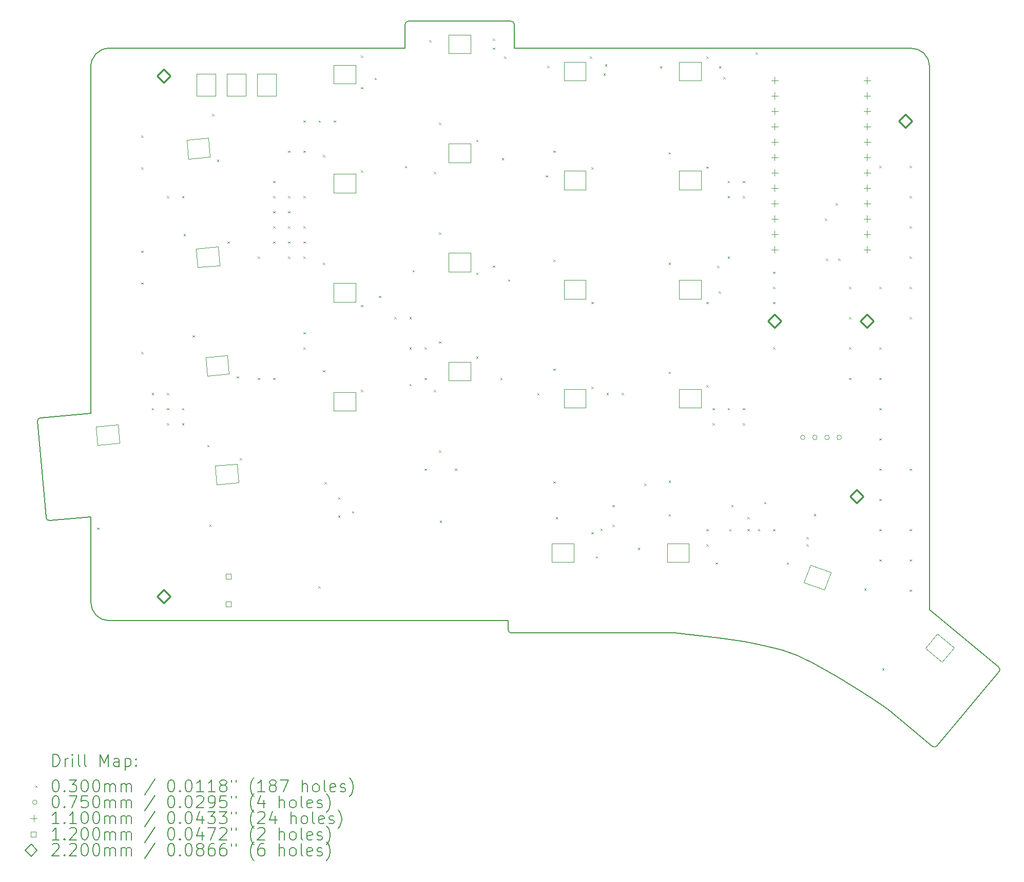
<source format=gbr>
%TF.GenerationSoftware,KiCad,Pcbnew,8.0.5*%
%TF.CreationDate,2024-11-21T21:26:15+01:00*%
%TF.ProjectId,stellar,7374656c-6c61-4722-9e6b-696361645f70,rev?*%
%TF.SameCoordinates,Original*%
%TF.FileFunction,Drillmap*%
%TF.FilePolarity,Positive*%
%FSLAX45Y45*%
G04 Gerber Fmt 4.5, Leading zero omitted, Abs format (unit mm)*
G04 Created by KiCad (PCBNEW 8.0.5) date 2024-11-21 21:26:15*
%MOMM*%
%LPD*%
G01*
G04 APERTURE LIST*
%ADD10C,0.149999*%
%ADD11C,0.150000*%
%ADD12C,0.100000*%
%ADD13C,0.200000*%
%ADD14C,0.110000*%
%ADD15C,0.120000*%
%ADD16C,0.220000*%
G04 APERTURE END LIST*
D10*
X17788740Y-13477738D02*
X18071101Y-13513153D01*
X12904310Y-3382360D02*
X12904310Y-3777569D01*
X14704812Y-3777569D02*
X14704812Y-3378944D01*
D11*
X21676342Y-15296352D02*
G75*
G02*
X21607956Y-15306969I-39732J30372D01*
G01*
D10*
X6886735Y-9878692D02*
X7720448Y-9805292D01*
X19489658Y-13859172D02*
X19619240Y-13923272D01*
D11*
X6841172Y-9930780D02*
G75*
G02*
X6886735Y-9878692I49948J2280D01*
G01*
X7720448Y-4086582D02*
G75*
G02*
X8020312Y-3777572I299862J9012D01*
G01*
D10*
X19619240Y-13923272D02*
X19752801Y-13993956D01*
X18071101Y-13513153D02*
X18381871Y-13558823D01*
D11*
X14655310Y-13432360D02*
G75*
G02*
X14605310Y-13382360I0J50000D01*
G01*
D10*
X6980422Y-11527111D02*
X6841172Y-9930780D01*
X7720312Y-12928265D02*
X7720312Y-11512500D01*
X18381871Y-13558823D02*
X18540613Y-13585523D01*
X14605310Y-13229643D02*
X8020312Y-13229643D01*
X8020312Y-13229643D02*
X8020312Y-13229360D01*
X18850215Y-13646690D02*
X18995237Y-13681172D01*
X12904310Y-3777569D02*
X8020312Y-3777569D01*
X17345641Y-13432414D02*
X17558142Y-13452517D01*
X22704278Y-14068368D02*
X21676342Y-15296352D01*
X19366229Y-13803468D02*
X19489658Y-13859172D01*
X14704812Y-3777569D02*
X21247384Y-3777569D01*
D11*
X14654950Y-3332715D02*
G75*
G02*
X14704803Y-3378944I0J-49995D01*
G01*
D10*
X14654950Y-3332715D02*
X12948360Y-3332715D01*
X7720448Y-9805292D02*
X7720448Y-4086582D01*
D11*
X8020312Y-13229360D02*
G75*
G02*
X7720312Y-12928265I-2J300000D01*
G01*
D10*
X18697701Y-13614809D02*
X18850215Y-13646690D01*
X19752801Y-13993956D02*
X20023168Y-14147816D01*
X19129847Y-13718265D02*
X19251127Y-13757974D01*
X21607957Y-15306966D02*
X20874751Y-14695375D01*
X18995237Y-13681172D02*
X19129847Y-13718265D01*
X14655310Y-13432360D02*
X17345641Y-13432360D01*
D11*
X12904310Y-3382360D02*
G75*
G02*
X12948360Y-3332715I50000J0D01*
G01*
X7032510Y-11572674D02*
G75*
G02*
X6980426Y-11527111I-2280J49945D01*
G01*
D10*
X17558142Y-13452517D02*
X17788740Y-13477738D01*
X20516016Y-14454720D02*
X20703722Y-14578742D01*
X21554180Y-4077492D02*
X21554180Y-13046291D01*
X19251127Y-13757974D02*
X19366229Y-13803468D01*
D11*
X21247384Y-3777569D02*
G75*
G02*
X21554178Y-4077492I6797J-299921D01*
G01*
D10*
X14605310Y-13382360D02*
X14605310Y-13229643D01*
X21554180Y-13046291D02*
X22694278Y-13999368D01*
D11*
X22694278Y-13999368D02*
G75*
G02*
X22704896Y-14067756I-30358J-39732D01*
G01*
D10*
X18540613Y-13585523D02*
X18697701Y-13614809D01*
X20283369Y-14306241D02*
X20516016Y-14454720D01*
X20023168Y-14147816D02*
X20283369Y-14306241D01*
X20703722Y-14578742D02*
X20874751Y-14695375D01*
X7720312Y-11512500D02*
X7032510Y-11572674D01*
D12*
X17224863Y-11954784D02*
X17224863Y-12264784D01*
X17224863Y-12264784D02*
X17584863Y-12264784D01*
X17584863Y-11954784D02*
X17224863Y-11954784D01*
X17584863Y-12264784D02*
X17584863Y-11954784D01*
X7806838Y-10021567D02*
X7833857Y-10330387D01*
X7833857Y-10330387D02*
X8192487Y-10299011D01*
X8165468Y-9990191D02*
X7806838Y-10021567D01*
X8192487Y-10299011D02*
X8165468Y-9990191D01*
X17424863Y-9404784D02*
X17424863Y-9714784D01*
X17424863Y-9714784D02*
X17784863Y-9714784D01*
X17784863Y-9404784D02*
X17424863Y-9404784D01*
X17784863Y-9714784D02*
X17784863Y-9404784D01*
X11724863Y-5854784D02*
X11724863Y-6164784D01*
X11724863Y-6164784D02*
X12084863Y-6164784D01*
X12084863Y-5854784D02*
X11724863Y-5854784D01*
X12084863Y-6164784D02*
X12084863Y-5854784D01*
X13624863Y-7154784D02*
X13624863Y-7464784D01*
X13624863Y-7464784D02*
X13984863Y-7464784D01*
X13984863Y-7154784D02*
X13624863Y-7154784D01*
X13984863Y-7464784D02*
X13984863Y-7154784D01*
X13624863Y-3554784D02*
X13624863Y-3864784D01*
X13624863Y-3864784D02*
X13984863Y-3864784D01*
X13984863Y-3554784D02*
X13624863Y-3554784D01*
X13984863Y-3864784D02*
X13984863Y-3554784D01*
X15524863Y-9404784D02*
X15524863Y-9714784D01*
X15524863Y-9714784D02*
X15884863Y-9714784D01*
X15884863Y-9404784D02*
X15524863Y-9404784D01*
X15884863Y-9714784D02*
X15884863Y-9404784D01*
X9457315Y-7086549D02*
X9484334Y-7395370D01*
X9484334Y-7395370D02*
X9842964Y-7363994D01*
X9815946Y-7055173D02*
X9457315Y-7086549D01*
X9842964Y-7363994D02*
X9815946Y-7055173D01*
X9467312Y-4202360D02*
X9467312Y-4562360D01*
X9467312Y-4562360D02*
X9777312Y-4562360D01*
X9777312Y-4202360D02*
X9467312Y-4202360D01*
X9777312Y-4562360D02*
X9777312Y-4202360D01*
X11724863Y-9454784D02*
X11724863Y-9764784D01*
X11724863Y-9764784D02*
X12084863Y-9764784D01*
X12084863Y-9454784D02*
X11724863Y-9454784D01*
X12084863Y-9764784D02*
X12084863Y-9454784D01*
X9300435Y-5293399D02*
X9327453Y-5602219D01*
X9327453Y-5602219D02*
X9686084Y-5570843D01*
X9659065Y-5262023D02*
X9300435Y-5293399D01*
X9686084Y-5570843D02*
X9659065Y-5262023D01*
X13624863Y-8954784D02*
X13624863Y-9264784D01*
X13624863Y-9264784D02*
X13984863Y-9264784D01*
X13984863Y-8954784D02*
X13624863Y-8954784D01*
X13984863Y-9264784D02*
X13984863Y-8954784D01*
X17424863Y-5804784D02*
X17424863Y-6114784D01*
X17424863Y-6114784D02*
X17784863Y-6114784D01*
X17784863Y-5804784D02*
X17424863Y-5804784D01*
X17784863Y-6114784D02*
X17784863Y-5804784D01*
X19480488Y-12599034D02*
X19818777Y-12722161D01*
X19586514Y-12307729D02*
X19480488Y-12599034D01*
X19818777Y-12722161D02*
X19924804Y-12430856D01*
X19924804Y-12430856D02*
X19586514Y-12307729D01*
X11724863Y-4054784D02*
X11724863Y-4364784D01*
X11724863Y-4364784D02*
X12084863Y-4364784D01*
X12084863Y-4054784D02*
X11724863Y-4054784D01*
X12084863Y-4364784D02*
X12084863Y-4054784D01*
X17424863Y-7604784D02*
X17424863Y-7914784D01*
X17424863Y-7914784D02*
X17784863Y-7914784D01*
X17784863Y-7604784D02*
X17424863Y-7604784D01*
X17784863Y-7914784D02*
X17784863Y-7604784D01*
X9614196Y-8879700D02*
X9641214Y-9188520D01*
X9641214Y-9188520D02*
X9999844Y-9157144D01*
X9972826Y-8848324D02*
X9614196Y-8879700D01*
X9999844Y-9157144D02*
X9972826Y-8848324D01*
X15524863Y-4004784D02*
X15524863Y-4314784D01*
X15524863Y-4314784D02*
X15884863Y-4314784D01*
X15884863Y-4004784D02*
X15524863Y-4004784D01*
X15884863Y-4314784D02*
X15884863Y-4004784D01*
X15324863Y-11954784D02*
X15324863Y-12264784D01*
X15324863Y-12264784D02*
X15684863Y-12264784D01*
X15684863Y-11954784D02*
X15324863Y-11954784D01*
X15684863Y-12264784D02*
X15684863Y-11954784D01*
X17424863Y-4004784D02*
X17424863Y-4314784D01*
X17424863Y-4314784D02*
X17784863Y-4314784D01*
X17784863Y-4004784D02*
X17424863Y-4004784D01*
X17784863Y-4314784D02*
X17784863Y-4004784D01*
X21485761Y-13684595D02*
X21761537Y-13915998D01*
X21685026Y-13447121D02*
X21485761Y-13684595D01*
X21761537Y-13915998D02*
X21960802Y-13678524D01*
X21960802Y-13678524D02*
X21685026Y-13447121D01*
X9967312Y-4202360D02*
X9967312Y-4562360D01*
X9967312Y-4562360D02*
X10277312Y-4562360D01*
X10277312Y-4202360D02*
X9967312Y-4202360D01*
X10277312Y-4562360D02*
X10277312Y-4202360D01*
X15524863Y-5804784D02*
X15524863Y-6114784D01*
X15524863Y-6114784D02*
X15884863Y-6114784D01*
X15884863Y-5804784D02*
X15524863Y-5804784D01*
X15884863Y-6114784D02*
X15884863Y-5804784D01*
X15524863Y-7604784D02*
X15524863Y-7914784D01*
X15524863Y-7914784D02*
X15884863Y-7914784D01*
X15884863Y-7604784D02*
X15524863Y-7604784D01*
X15884863Y-7914784D02*
X15884863Y-7604784D01*
X11724863Y-7654784D02*
X11724863Y-7964784D01*
X11724863Y-7964784D02*
X12084863Y-7964784D01*
X12084863Y-7654784D02*
X11724863Y-7654784D01*
X12084863Y-7964784D02*
X12084863Y-7654784D01*
X10467312Y-4202360D02*
X10467312Y-4562360D01*
X10467312Y-4562360D02*
X10777312Y-4562360D01*
X10777312Y-4202360D02*
X10467312Y-4202360D01*
X10777312Y-4562360D02*
X10777312Y-4202360D01*
X9771076Y-10672850D02*
X9798094Y-10981671D01*
X9798094Y-10981671D02*
X10156724Y-10950295D01*
X10129706Y-10641474D02*
X9771076Y-10672850D01*
X10156724Y-10950295D02*
X10129706Y-10641474D01*
X13624863Y-5354784D02*
X13624863Y-5664784D01*
X13624863Y-5664784D02*
X13984863Y-5664784D01*
X13984863Y-5354784D02*
X13624863Y-5354784D01*
X13984863Y-5664784D02*
X13984863Y-5354784D01*
D13*
D12*
X7825310Y-11692360D02*
X7855310Y-11722360D01*
X7855310Y-11692360D02*
X7825310Y-11722360D01*
X8550310Y-5217360D02*
X8580310Y-5247360D01*
X8580310Y-5217360D02*
X8550310Y-5247360D01*
X8550310Y-5742360D02*
X8580310Y-5772360D01*
X8580310Y-5742360D02*
X8550310Y-5772360D01*
X8550310Y-7117360D02*
X8580310Y-7147360D01*
X8580310Y-7117360D02*
X8550310Y-7147360D01*
X8550310Y-7642360D02*
X8580310Y-7672360D01*
X8580310Y-7642360D02*
X8550310Y-7672360D01*
X8550310Y-8792360D02*
X8580310Y-8822360D01*
X8580310Y-8792360D02*
X8550310Y-8822360D01*
X8725310Y-9467360D02*
X8755310Y-9497360D01*
X8755310Y-9467360D02*
X8725310Y-9497360D01*
X8725310Y-9717360D02*
X8755310Y-9747360D01*
X8755310Y-9717360D02*
X8725310Y-9747360D01*
X8975310Y-6217360D02*
X9005310Y-6247360D01*
X9005310Y-6217360D02*
X8975310Y-6247360D01*
X8975310Y-9467360D02*
X9005310Y-9497360D01*
X9005310Y-9467360D02*
X8975310Y-9497360D01*
X8975310Y-9717360D02*
X9005310Y-9747360D01*
X9005310Y-9717360D02*
X8975310Y-9747360D01*
X8975310Y-9967360D02*
X9005310Y-9997360D01*
X9005310Y-9967360D02*
X8975310Y-9997360D01*
X9225310Y-6217360D02*
X9255310Y-6247360D01*
X9255310Y-6217360D02*
X9225310Y-6247360D01*
X9225310Y-9717360D02*
X9255310Y-9747360D01*
X9255310Y-9717360D02*
X9225310Y-9747360D01*
X9225310Y-9967360D02*
X9255310Y-9997360D01*
X9255310Y-9967360D02*
X9225310Y-9997360D01*
X9250310Y-6842360D02*
X9280310Y-6872360D01*
X9280310Y-6842360D02*
X9250310Y-6872360D01*
X9400310Y-8517360D02*
X9430310Y-8547360D01*
X9430310Y-8517360D02*
X9400310Y-8547360D01*
X9637810Y-10329860D02*
X9667810Y-10359860D01*
X9667810Y-10329860D02*
X9637810Y-10359860D01*
X9675310Y-11642360D02*
X9705310Y-11672360D01*
X9705310Y-11642360D02*
X9675310Y-11672360D01*
X9721510Y-4864560D02*
X9751510Y-4894560D01*
X9751510Y-4864560D02*
X9721510Y-4894560D01*
X9800310Y-5617360D02*
X9830310Y-5647360D01*
X9830310Y-5617360D02*
X9800310Y-5647360D01*
X9975310Y-6967360D02*
X10005310Y-6997360D01*
X10005310Y-6967360D02*
X9975310Y-6997360D01*
X10125310Y-9192360D02*
X10155310Y-9222360D01*
X10155310Y-9192360D02*
X10125310Y-9222360D01*
X10175310Y-10542360D02*
X10205310Y-10572360D01*
X10205310Y-10542360D02*
X10175310Y-10572360D01*
X10475310Y-7217360D02*
X10505310Y-7247360D01*
X10505310Y-7217360D02*
X10475310Y-7247360D01*
X10475310Y-9217360D02*
X10505310Y-9247360D01*
X10505310Y-9217360D02*
X10475310Y-9247360D01*
X10725310Y-5967360D02*
X10755310Y-5997360D01*
X10755310Y-5967360D02*
X10725310Y-5997360D01*
X10725310Y-6217360D02*
X10755310Y-6247360D01*
X10755310Y-6217360D02*
X10725310Y-6247360D01*
X10725310Y-6467360D02*
X10755310Y-6497360D01*
X10755310Y-6467360D02*
X10725310Y-6497360D01*
X10725310Y-6717360D02*
X10755310Y-6747360D01*
X10755310Y-6717360D02*
X10725310Y-6747360D01*
X10725310Y-6967360D02*
X10755310Y-6997360D01*
X10755310Y-6967360D02*
X10725310Y-6997360D01*
X10725310Y-9217360D02*
X10755310Y-9247360D01*
X10755310Y-9217360D02*
X10725310Y-9247360D01*
X10975310Y-5467360D02*
X11005310Y-5497360D01*
X11005310Y-5467360D02*
X10975310Y-5497360D01*
X10975310Y-6217360D02*
X11005310Y-6247360D01*
X11005310Y-6217360D02*
X10975310Y-6247360D01*
X10975310Y-6467360D02*
X11005310Y-6497360D01*
X11005310Y-6467360D02*
X10975310Y-6497360D01*
X10975310Y-6717360D02*
X11005310Y-6747360D01*
X11005310Y-6717360D02*
X10975310Y-6747360D01*
X10975310Y-6967360D02*
X11005310Y-6997360D01*
X11005310Y-6967360D02*
X10975310Y-6997360D01*
X10975310Y-7217360D02*
X11005310Y-7247360D01*
X11005310Y-7217360D02*
X10975310Y-7247360D01*
X11225310Y-4967360D02*
X11255310Y-4997360D01*
X11255310Y-4967360D02*
X11225310Y-4997360D01*
X11225310Y-5467360D02*
X11255310Y-5497360D01*
X11255310Y-5467360D02*
X11225310Y-5497360D01*
X11225310Y-6217360D02*
X11255310Y-6247360D01*
X11255310Y-6217360D02*
X11225310Y-6247360D01*
X11225310Y-6717360D02*
X11255310Y-6747360D01*
X11255310Y-6717360D02*
X11225310Y-6747360D01*
X11225310Y-6967360D02*
X11255310Y-6997360D01*
X11255310Y-6967360D02*
X11225310Y-6997360D01*
X11225310Y-7217360D02*
X11255310Y-7247360D01*
X11255310Y-7217360D02*
X11225310Y-7247360D01*
X11225310Y-8467360D02*
X11255310Y-8497360D01*
X11255310Y-8467360D02*
X11225310Y-8497360D01*
X11225310Y-8717360D02*
X11255310Y-8747360D01*
X11255310Y-8717360D02*
X11225310Y-8747360D01*
X11474110Y-12662360D02*
X11504110Y-12692360D01*
X11504110Y-12662360D02*
X11474110Y-12692360D01*
X11475310Y-4967360D02*
X11505310Y-4997360D01*
X11505310Y-4967360D02*
X11475310Y-4997360D01*
X11550310Y-5542360D02*
X11580310Y-5572360D01*
X11580310Y-5542360D02*
X11550310Y-5572360D01*
X11550310Y-7317360D02*
X11580310Y-7347360D01*
X11580310Y-7317360D02*
X11550310Y-7347360D01*
X11550310Y-9092360D02*
X11580310Y-9122360D01*
X11580310Y-9092360D02*
X11550310Y-9122360D01*
X11575310Y-10942360D02*
X11605310Y-10972360D01*
X11605310Y-10942360D02*
X11575310Y-10972360D01*
X11725310Y-4967360D02*
X11755310Y-4997360D01*
X11755310Y-4967360D02*
X11725310Y-4997360D01*
X11800310Y-11192360D02*
X11830310Y-11222360D01*
X11830310Y-11192360D02*
X11800310Y-11222360D01*
X11800310Y-11492360D02*
X11830310Y-11522360D01*
X11830310Y-11492360D02*
X11800310Y-11522360D01*
X12025310Y-11419860D02*
X12055310Y-11449860D01*
X12055310Y-11419860D02*
X12025310Y-11449860D01*
X12175310Y-3899360D02*
X12205310Y-3929360D01*
X12205310Y-3899360D02*
X12175310Y-3929360D01*
X12175310Y-4417360D02*
X12205310Y-4447360D01*
X12205310Y-4417360D02*
X12175310Y-4447360D01*
X12175310Y-5792360D02*
X12205310Y-5822360D01*
X12205310Y-5792360D02*
X12175310Y-5822360D01*
X12175310Y-8017360D02*
X12205310Y-8047360D01*
X12205310Y-8017360D02*
X12175310Y-8047360D01*
X12175310Y-9417360D02*
X12205310Y-9447360D01*
X12205310Y-9417360D02*
X12175310Y-9447360D01*
X12400310Y-4267360D02*
X12430310Y-4297360D01*
X12430310Y-4267360D02*
X12400310Y-4297360D01*
X12472734Y-7864784D02*
X12502734Y-7894784D01*
X12502734Y-7864784D02*
X12472734Y-7894784D01*
X12725310Y-8217360D02*
X12755310Y-8247360D01*
X12755310Y-8217360D02*
X12725310Y-8247360D01*
X12900310Y-5721558D02*
X12930310Y-5751558D01*
X12930310Y-5721558D02*
X12900310Y-5751558D01*
X12975310Y-8217360D02*
X13005310Y-8247360D01*
X13005310Y-8217360D02*
X12975310Y-8247360D01*
X12975310Y-8717360D02*
X13005310Y-8747360D01*
X13005310Y-8717360D02*
X12975310Y-8747360D01*
X12975310Y-9321558D02*
X13005310Y-9351558D01*
X13005310Y-9321558D02*
X12975310Y-9351558D01*
X13025310Y-7442360D02*
X13055310Y-7472360D01*
X13055310Y-7442360D02*
X13025310Y-7472360D01*
X13225310Y-8717360D02*
X13255310Y-8747360D01*
X13255310Y-8717360D02*
X13225310Y-8747360D01*
X13225310Y-9217360D02*
X13255310Y-9247360D01*
X13255310Y-9217360D02*
X13225310Y-9247360D01*
X13225310Y-10717360D02*
X13255310Y-10747360D01*
X13255310Y-10717360D02*
X13225310Y-10747360D01*
X13300310Y-3642360D02*
X13330310Y-3672360D01*
X13330310Y-3642360D02*
X13300310Y-3672360D01*
X13375310Y-5817360D02*
X13405310Y-5847360D01*
X13405310Y-5817360D02*
X13375310Y-5847360D01*
X13375310Y-9417360D02*
X13405310Y-9447360D01*
X13405310Y-9417360D02*
X13375310Y-9447360D01*
X13462810Y-5004860D02*
X13492810Y-5034860D01*
X13492810Y-5004860D02*
X13462810Y-5034860D01*
X13462810Y-6817360D02*
X13492810Y-6847360D01*
X13492810Y-6817360D02*
X13462810Y-6847360D01*
X13462810Y-8617360D02*
X13492810Y-8647360D01*
X13492810Y-8617360D02*
X13462810Y-8647360D01*
X13462810Y-10417360D02*
X13492810Y-10447360D01*
X13492810Y-10417360D02*
X13462810Y-10447360D01*
X13474060Y-11576110D02*
X13504060Y-11606110D01*
X13504060Y-11576110D02*
X13474060Y-11606110D01*
X13725310Y-10717360D02*
X13755310Y-10747360D01*
X13755310Y-10717360D02*
X13725310Y-10747360D01*
X14075310Y-5292360D02*
X14105310Y-5322360D01*
X14105310Y-5292360D02*
X14075310Y-5322360D01*
X14075310Y-7484860D02*
X14105310Y-7514860D01*
X14105310Y-7484860D02*
X14075310Y-7514860D01*
X14075310Y-8867360D02*
X14105310Y-8897360D01*
X14105310Y-8867360D02*
X14075310Y-8897360D01*
X14350310Y-3617360D02*
X14380310Y-3647360D01*
X14380310Y-3617360D02*
X14350310Y-3647360D01*
X14350310Y-3767360D02*
X14380310Y-3797360D01*
X14380310Y-3767360D02*
X14350310Y-3797360D01*
X14350310Y-7364784D02*
X14380310Y-7394784D01*
X14380310Y-7364784D02*
X14350310Y-7394784D01*
X14475310Y-9217360D02*
X14505310Y-9247360D01*
X14505310Y-9217360D02*
X14475310Y-9247360D01*
X14500310Y-5592360D02*
X14530310Y-5622360D01*
X14530310Y-5592360D02*
X14500310Y-5622360D01*
X14536310Y-3913560D02*
X14566310Y-3943560D01*
X14566310Y-3913560D02*
X14536310Y-3943560D01*
X14600310Y-7592360D02*
X14630310Y-7622360D01*
X14630310Y-7592360D02*
X14600310Y-7622360D01*
X15082734Y-9474784D02*
X15112734Y-9504784D01*
X15112734Y-9474784D02*
X15082734Y-9504784D01*
X15225310Y-5874784D02*
X15255310Y-5904784D01*
X15255310Y-5874784D02*
X15225310Y-5904784D01*
X15250310Y-4067360D02*
X15280310Y-4097360D01*
X15280310Y-4067360D02*
X15250310Y-4097360D01*
X15350310Y-5467360D02*
X15380310Y-5497360D01*
X15380310Y-5467360D02*
X15350310Y-5497360D01*
X15350310Y-7267360D02*
X15380310Y-7297360D01*
X15380310Y-7267360D02*
X15350310Y-7297360D01*
X15350310Y-9067360D02*
X15380310Y-9097360D01*
X15380310Y-9067360D02*
X15350310Y-9097360D01*
X15350310Y-10930307D02*
X15380310Y-10960307D01*
X15380310Y-10930307D02*
X15350310Y-10960307D01*
X15390310Y-11517360D02*
X15420310Y-11547360D01*
X15420310Y-11517360D02*
X15390310Y-11547360D01*
X15950310Y-3913560D02*
X15980310Y-3943560D01*
X15980310Y-3913560D02*
X15950310Y-3943560D01*
X15975310Y-5742360D02*
X16005310Y-5772360D01*
X16005310Y-5742360D02*
X15975310Y-5772360D01*
X15975310Y-7967360D02*
X16005310Y-7997360D01*
X16005310Y-7967360D02*
X15975310Y-7997360D01*
X15975310Y-9367360D02*
X16005310Y-9397360D01*
X16005310Y-9367360D02*
X15975310Y-9397360D01*
X15975310Y-11767360D02*
X16005310Y-11797360D01*
X16005310Y-11767360D02*
X15975310Y-11797360D01*
X16050310Y-12164784D02*
X16080310Y-12194784D01*
X16080310Y-12164784D02*
X16050310Y-12194784D01*
X16125310Y-11709860D02*
X16155310Y-11739860D01*
X16155310Y-11709860D02*
X16125310Y-11739860D01*
X16175310Y-4192360D02*
X16205310Y-4222360D01*
X16205310Y-4192360D02*
X16175310Y-4222360D01*
X16200310Y-4042360D02*
X16230310Y-4072360D01*
X16230310Y-4042360D02*
X16200310Y-4072360D01*
X16225310Y-9467360D02*
X16255310Y-9497360D01*
X16255310Y-9467360D02*
X16225310Y-9497360D01*
X16325310Y-11317360D02*
X16355310Y-11347360D01*
X16355310Y-11317360D02*
X16325310Y-11347360D01*
X16325310Y-11644860D02*
X16355310Y-11674860D01*
X16355310Y-11644860D02*
X16325310Y-11674860D01*
X16475310Y-9467360D02*
X16505310Y-9497360D01*
X16505310Y-9467360D02*
X16475310Y-9497360D01*
X16742886Y-12024784D02*
X16772886Y-12054784D01*
X16772886Y-12024784D02*
X16742886Y-12054784D01*
X16850310Y-10967360D02*
X16880310Y-10997360D01*
X16880310Y-10967360D02*
X16850310Y-10997360D01*
X17107734Y-4074784D02*
X17137734Y-4104784D01*
X17137734Y-4074784D02*
X17107734Y-4104784D01*
X17250310Y-5492360D02*
X17280310Y-5522360D01*
X17280310Y-5492360D02*
X17250310Y-5522360D01*
X17250310Y-7317360D02*
X17280310Y-7347360D01*
X17280310Y-7317360D02*
X17250310Y-7347360D01*
X17250310Y-9117360D02*
X17280310Y-9147360D01*
X17280310Y-9117360D02*
X17250310Y-9147360D01*
X17250310Y-10917360D02*
X17280310Y-10947360D01*
X17280310Y-10917360D02*
X17250310Y-10947360D01*
X17250310Y-11469860D02*
X17280310Y-11499860D01*
X17280310Y-11469860D02*
X17250310Y-11499860D01*
X17875310Y-3913560D02*
X17905310Y-3943560D01*
X17905310Y-3913560D02*
X17875310Y-3943560D01*
X17875310Y-5729058D02*
X17905310Y-5759058D01*
X17905310Y-5729058D02*
X17875310Y-5759058D01*
X17875310Y-7967360D02*
X17905310Y-7997360D01*
X17905310Y-7967360D02*
X17875310Y-7997360D01*
X17875310Y-9342360D02*
X17905310Y-9372360D01*
X17905310Y-9342360D02*
X17875310Y-9372360D01*
X17875310Y-11717360D02*
X17905310Y-11747360D01*
X17905310Y-11717360D02*
X17875310Y-11747360D01*
X17875310Y-11967360D02*
X17905310Y-11997360D01*
X17905310Y-11967360D02*
X17875310Y-11997360D01*
X17975310Y-9717360D02*
X18005310Y-9747360D01*
X18005310Y-9717360D02*
X17975310Y-9747360D01*
X17975310Y-9967360D02*
X18005310Y-9997360D01*
X18005310Y-9967360D02*
X17975310Y-9997360D01*
X18025310Y-12267360D02*
X18055310Y-12297360D01*
X18055310Y-12267360D02*
X18025310Y-12297360D01*
X18050310Y-7367360D02*
X18080310Y-7397360D01*
X18080310Y-7367360D02*
X18050310Y-7397360D01*
X18075310Y-7792360D02*
X18105310Y-7822360D01*
X18105310Y-7792360D02*
X18075310Y-7822360D01*
X18082734Y-4074784D02*
X18112734Y-4104784D01*
X18112734Y-4074784D02*
X18082734Y-4104784D01*
X18154310Y-4254960D02*
X18184310Y-4284960D01*
X18184310Y-4254960D02*
X18154310Y-4284960D01*
X18225310Y-5967360D02*
X18255310Y-5997360D01*
X18255310Y-5967360D02*
X18225310Y-5997360D01*
X18225310Y-6217360D02*
X18255310Y-6247360D01*
X18255310Y-6217360D02*
X18225310Y-6247360D01*
X18225310Y-7217360D02*
X18255310Y-7247360D01*
X18255310Y-7217360D02*
X18225310Y-7247360D01*
X18225310Y-9717360D02*
X18255310Y-9747360D01*
X18255310Y-9717360D02*
X18225310Y-9747360D01*
X18250310Y-11717360D02*
X18280310Y-11747360D01*
X18280310Y-11717360D02*
X18250310Y-11747360D01*
X18283410Y-11319860D02*
X18313410Y-11349860D01*
X18313410Y-11319860D02*
X18283410Y-11349860D01*
X18475310Y-5967360D02*
X18505310Y-5997360D01*
X18505310Y-5967360D02*
X18475310Y-5997360D01*
X18475310Y-6217360D02*
X18505310Y-6247360D01*
X18505310Y-6217360D02*
X18475310Y-6247360D01*
X18475310Y-9717360D02*
X18505310Y-9747360D01*
X18505310Y-9717360D02*
X18475310Y-9747360D01*
X18475310Y-9967360D02*
X18505310Y-9997360D01*
X18505310Y-9967360D02*
X18475310Y-9997360D01*
X18550310Y-11519860D02*
X18580310Y-11549860D01*
X18580310Y-11519860D02*
X18550310Y-11549860D01*
X18550310Y-11717360D02*
X18580310Y-11747360D01*
X18580310Y-11717360D02*
X18550310Y-11747360D01*
X18687710Y-3848560D02*
X18717710Y-3878560D01*
X18717710Y-3848560D02*
X18687710Y-3878560D01*
X18725310Y-11717360D02*
X18755310Y-11747360D01*
X18755310Y-11717360D02*
X18725310Y-11747360D01*
X18824410Y-11267360D02*
X18854410Y-11297360D01*
X18854410Y-11267360D02*
X18824410Y-11297360D01*
X18975310Y-7467360D02*
X19005310Y-7497360D01*
X19005310Y-7467360D02*
X18975310Y-7497360D01*
X18975310Y-7717360D02*
X19005310Y-7747360D01*
X19005310Y-7717360D02*
X18975310Y-7747360D01*
X18975310Y-7967360D02*
X19005310Y-7997360D01*
X19005310Y-7967360D02*
X18975310Y-7997360D01*
X18975310Y-8717360D02*
X19005310Y-8747360D01*
X19005310Y-8717360D02*
X18975310Y-8747360D01*
X18975310Y-11717360D02*
X19005310Y-11747360D01*
X19005310Y-11717360D02*
X18975310Y-11747360D01*
X19200310Y-12267360D02*
X19230310Y-12297360D01*
X19230310Y-12267360D02*
X19200310Y-12297360D01*
X19525310Y-11967360D02*
X19555310Y-11997360D01*
X19555310Y-11967360D02*
X19525310Y-11997360D01*
X19525910Y-11849560D02*
X19555910Y-11879560D01*
X19555910Y-11849560D02*
X19525910Y-11879560D01*
X19648000Y-11467360D02*
X19678000Y-11497360D01*
X19678000Y-11467360D02*
X19648000Y-11497360D01*
X19830710Y-6591760D02*
X19860710Y-6621760D01*
X19860710Y-6591760D02*
X19830710Y-6621760D01*
X19848000Y-7252160D02*
X19878000Y-7282160D01*
X19878000Y-7252160D02*
X19848000Y-7282160D01*
X20008510Y-6337760D02*
X20038510Y-6367760D01*
X20038510Y-6337760D02*
X20008510Y-6367760D01*
X20048000Y-7252160D02*
X20078000Y-7282160D01*
X20078000Y-7252160D02*
X20048000Y-7282160D01*
X20225310Y-7717360D02*
X20255310Y-7747360D01*
X20255310Y-7717360D02*
X20225310Y-7747360D01*
X20225310Y-8217360D02*
X20255310Y-8247360D01*
X20255310Y-8217360D02*
X20225310Y-8247360D01*
X20225310Y-8717360D02*
X20255310Y-8747360D01*
X20255310Y-8717360D02*
X20225310Y-8747360D01*
X20225310Y-9217360D02*
X20255310Y-9247360D01*
X20255310Y-9217360D02*
X20225310Y-9247360D01*
X20475310Y-12692360D02*
X20505310Y-12722360D01*
X20505310Y-12692360D02*
X20475310Y-12722360D01*
X20725310Y-5717360D02*
X20755310Y-5747360D01*
X20755310Y-5717360D02*
X20725310Y-5747360D01*
X20725310Y-7717360D02*
X20755310Y-7747360D01*
X20755310Y-7717360D02*
X20725310Y-7747360D01*
X20725310Y-8717360D02*
X20755310Y-8747360D01*
X20755310Y-8717360D02*
X20725310Y-8747360D01*
X20725310Y-9217360D02*
X20755310Y-9247360D01*
X20755310Y-9217360D02*
X20725310Y-9247360D01*
X20725310Y-9717360D02*
X20755310Y-9747360D01*
X20755310Y-9717360D02*
X20725310Y-9747360D01*
X20725310Y-10217360D02*
X20755310Y-10247360D01*
X20755310Y-10217360D02*
X20725310Y-10247360D01*
X20725310Y-10717360D02*
X20755310Y-10747360D01*
X20755310Y-10717360D02*
X20725310Y-10747360D01*
X20725310Y-11217360D02*
X20755310Y-11247360D01*
X20755310Y-11217360D02*
X20725310Y-11247360D01*
X20725310Y-11717360D02*
X20755310Y-11747360D01*
X20755310Y-11717360D02*
X20725310Y-11747360D01*
X20725310Y-12217360D02*
X20755310Y-12247360D01*
X20755310Y-12217360D02*
X20725310Y-12247360D01*
X20772833Y-14017360D02*
X20802833Y-14047360D01*
X20802833Y-14017360D02*
X20772833Y-14047360D01*
X21225310Y-5717360D02*
X21255310Y-5747360D01*
X21255310Y-5717360D02*
X21225310Y-5747360D01*
X21225310Y-6217360D02*
X21255310Y-6247360D01*
X21255310Y-6217360D02*
X21225310Y-6247360D01*
X21225310Y-6717360D02*
X21255310Y-6747360D01*
X21255310Y-6717360D02*
X21225310Y-6747360D01*
X21225310Y-7217360D02*
X21255310Y-7247360D01*
X21255310Y-7217360D02*
X21225310Y-7247360D01*
X21225310Y-7717360D02*
X21255310Y-7747360D01*
X21255310Y-7717360D02*
X21225310Y-7747360D01*
X21225310Y-8217360D02*
X21255310Y-8247360D01*
X21255310Y-8217360D02*
X21225310Y-8247360D01*
X21225310Y-10717360D02*
X21255310Y-10747360D01*
X21255310Y-10717360D02*
X21225310Y-10747360D01*
X21225310Y-11717360D02*
X21255310Y-11747360D01*
X21255310Y-11717360D02*
X21225310Y-11747360D01*
X21225310Y-12217360D02*
X21255310Y-12247360D01*
X21255310Y-12217360D02*
X21225310Y-12247360D01*
X21225310Y-12717360D02*
X21255310Y-12747360D01*
X21255310Y-12717360D02*
X21225310Y-12747360D01*
X19500500Y-10203419D02*
G75*
G02*
X19425500Y-10203419I-37500J0D01*
G01*
X19425500Y-10203419D02*
G75*
G02*
X19500500Y-10203419I37500J0D01*
G01*
X19700500Y-10203419D02*
G75*
G02*
X19625500Y-10203419I-37500J0D01*
G01*
X19625500Y-10203419D02*
G75*
G02*
X19700500Y-10203419I37500J0D01*
G01*
X19900500Y-10203419D02*
G75*
G02*
X19825500Y-10203419I-37500J0D01*
G01*
X19825500Y-10203419D02*
G75*
G02*
X19900500Y-10203419I37500J0D01*
G01*
X20100500Y-10203419D02*
G75*
G02*
X20025500Y-10203419I-37500J0D01*
G01*
X20025500Y-10203419D02*
G75*
G02*
X20100500Y-10203419I37500J0D01*
G01*
D14*
X19001000Y-4251419D02*
X19001000Y-4361419D01*
X18946000Y-4306419D02*
X19056000Y-4306419D01*
X19001000Y-4505419D02*
X19001000Y-4615419D01*
X18946000Y-4560419D02*
X19056000Y-4560419D01*
X19001000Y-4759419D02*
X19001000Y-4869419D01*
X18946000Y-4814419D02*
X19056000Y-4814419D01*
X19001000Y-5013419D02*
X19001000Y-5123419D01*
X18946000Y-5068419D02*
X19056000Y-5068419D01*
X19001000Y-5267419D02*
X19001000Y-5377419D01*
X18946000Y-5322419D02*
X19056000Y-5322419D01*
X19001000Y-5521419D02*
X19001000Y-5631419D01*
X18946000Y-5576419D02*
X19056000Y-5576419D01*
X19001000Y-5775419D02*
X19001000Y-5885419D01*
X18946000Y-5830419D02*
X19056000Y-5830419D01*
X19001000Y-6029419D02*
X19001000Y-6139419D01*
X18946000Y-6084419D02*
X19056000Y-6084419D01*
X19001000Y-6283419D02*
X19001000Y-6393419D01*
X18946000Y-6338419D02*
X19056000Y-6338419D01*
X19001000Y-6537419D02*
X19001000Y-6647419D01*
X18946000Y-6592419D02*
X19056000Y-6592419D01*
X19001000Y-6791419D02*
X19001000Y-6901419D01*
X18946000Y-6846419D02*
X19056000Y-6846419D01*
X19001000Y-7045419D02*
X19001000Y-7155419D01*
X18946000Y-7100419D02*
X19056000Y-7100419D01*
X20525000Y-4251419D02*
X20525000Y-4361419D01*
X20470000Y-4306419D02*
X20580000Y-4306419D01*
X20525000Y-4505419D02*
X20525000Y-4615419D01*
X20470000Y-4560419D02*
X20580000Y-4560419D01*
X20525000Y-4759419D02*
X20525000Y-4869419D01*
X20470000Y-4814419D02*
X20580000Y-4814419D01*
X20525000Y-5013419D02*
X20525000Y-5123419D01*
X20470000Y-5068419D02*
X20580000Y-5068419D01*
X20525000Y-5267419D02*
X20525000Y-5377419D01*
X20470000Y-5322419D02*
X20580000Y-5322419D01*
X20525000Y-5521419D02*
X20525000Y-5631419D01*
X20470000Y-5576419D02*
X20580000Y-5576419D01*
X20525000Y-5775419D02*
X20525000Y-5885419D01*
X20470000Y-5830419D02*
X20580000Y-5830419D01*
X20525000Y-6029419D02*
X20525000Y-6139419D01*
X20470000Y-6084419D02*
X20580000Y-6084419D01*
X20525000Y-6283419D02*
X20525000Y-6393419D01*
X20470000Y-6338419D02*
X20580000Y-6338419D01*
X20525000Y-6537419D02*
X20525000Y-6647419D01*
X20470000Y-6592419D02*
X20580000Y-6592419D01*
X20525000Y-6791419D02*
X20525000Y-6901419D01*
X20470000Y-6846419D02*
X20580000Y-6846419D01*
X20525000Y-7045419D02*
X20525000Y-7155419D01*
X20470000Y-7100419D02*
X20580000Y-7100419D01*
D15*
X10031707Y-12540187D02*
X10031707Y-12455334D01*
X9946853Y-12455334D01*
X9946853Y-12540187D01*
X10031707Y-12540187D01*
X10031707Y-12995187D02*
X10031707Y-12910334D01*
X9946853Y-12910334D01*
X9946853Y-12995187D01*
X10031707Y-12995187D01*
D16*
X8920310Y-4342360D02*
X9030310Y-4232360D01*
X8920310Y-4122360D01*
X8810310Y-4232360D01*
X8920310Y-4342360D01*
X8920310Y-12939360D02*
X9030310Y-12829360D01*
X8920310Y-12719360D01*
X8810310Y-12829360D01*
X8920310Y-12939360D01*
X19000310Y-8387569D02*
X19110310Y-8277569D01*
X19000310Y-8167569D01*
X18890310Y-8277569D01*
X19000310Y-8387569D01*
X20354180Y-11287490D02*
X20464180Y-11177490D01*
X20354180Y-11067490D01*
X20244180Y-11177490D01*
X20354180Y-11287490D01*
X20520310Y-8387569D02*
X20630310Y-8277569D01*
X20520310Y-8167569D01*
X20410310Y-8277569D01*
X20520310Y-8387569D01*
X21154180Y-5087490D02*
X21264180Y-4977490D01*
X21154180Y-4867490D01*
X21044180Y-4977490D01*
X21154180Y-5087490D01*
D13*
X7094396Y-15634975D02*
X7094396Y-15434975D01*
X7094396Y-15434975D02*
X7142015Y-15434975D01*
X7142015Y-15434975D02*
X7170587Y-15444499D01*
X7170587Y-15444499D02*
X7189635Y-15463546D01*
X7189635Y-15463546D02*
X7199158Y-15482594D01*
X7199158Y-15482594D02*
X7208682Y-15520689D01*
X7208682Y-15520689D02*
X7208682Y-15549261D01*
X7208682Y-15549261D02*
X7199158Y-15587356D01*
X7199158Y-15587356D02*
X7189635Y-15606404D01*
X7189635Y-15606404D02*
X7170587Y-15625451D01*
X7170587Y-15625451D02*
X7142015Y-15634975D01*
X7142015Y-15634975D02*
X7094396Y-15634975D01*
X7294396Y-15634975D02*
X7294396Y-15501642D01*
X7294396Y-15539737D02*
X7303920Y-15520689D01*
X7303920Y-15520689D02*
X7313444Y-15511165D01*
X7313444Y-15511165D02*
X7332492Y-15501642D01*
X7332492Y-15501642D02*
X7351539Y-15501642D01*
X7418206Y-15634975D02*
X7418206Y-15501642D01*
X7418206Y-15434975D02*
X7408682Y-15444499D01*
X7408682Y-15444499D02*
X7418206Y-15454023D01*
X7418206Y-15454023D02*
X7427730Y-15444499D01*
X7427730Y-15444499D02*
X7418206Y-15434975D01*
X7418206Y-15434975D02*
X7418206Y-15454023D01*
X7542015Y-15634975D02*
X7522968Y-15625451D01*
X7522968Y-15625451D02*
X7513444Y-15606404D01*
X7513444Y-15606404D02*
X7513444Y-15434975D01*
X7646777Y-15634975D02*
X7627730Y-15625451D01*
X7627730Y-15625451D02*
X7618206Y-15606404D01*
X7618206Y-15606404D02*
X7618206Y-15434975D01*
X7875349Y-15634975D02*
X7875349Y-15434975D01*
X7875349Y-15434975D02*
X7942016Y-15577832D01*
X7942016Y-15577832D02*
X8008682Y-15434975D01*
X8008682Y-15434975D02*
X8008682Y-15634975D01*
X8189635Y-15634975D02*
X8189635Y-15530213D01*
X8189635Y-15530213D02*
X8180111Y-15511165D01*
X8180111Y-15511165D02*
X8161063Y-15501642D01*
X8161063Y-15501642D02*
X8122968Y-15501642D01*
X8122968Y-15501642D02*
X8103920Y-15511165D01*
X8189635Y-15625451D02*
X8170587Y-15634975D01*
X8170587Y-15634975D02*
X8122968Y-15634975D01*
X8122968Y-15634975D02*
X8103920Y-15625451D01*
X8103920Y-15625451D02*
X8094396Y-15606404D01*
X8094396Y-15606404D02*
X8094396Y-15587356D01*
X8094396Y-15587356D02*
X8103920Y-15568308D01*
X8103920Y-15568308D02*
X8122968Y-15558785D01*
X8122968Y-15558785D02*
X8170587Y-15558785D01*
X8170587Y-15558785D02*
X8189635Y-15549261D01*
X8284873Y-15501642D02*
X8284873Y-15701642D01*
X8284873Y-15511165D02*
X8303920Y-15501642D01*
X8303920Y-15501642D02*
X8342016Y-15501642D01*
X8342016Y-15501642D02*
X8361063Y-15511165D01*
X8361063Y-15511165D02*
X8370587Y-15520689D01*
X8370587Y-15520689D02*
X8380111Y-15539737D01*
X8380111Y-15539737D02*
X8380111Y-15596880D01*
X8380111Y-15596880D02*
X8370587Y-15615927D01*
X8370587Y-15615927D02*
X8361063Y-15625451D01*
X8361063Y-15625451D02*
X8342016Y-15634975D01*
X8342016Y-15634975D02*
X8303920Y-15634975D01*
X8303920Y-15634975D02*
X8284873Y-15625451D01*
X8465825Y-15615927D02*
X8475349Y-15625451D01*
X8475349Y-15625451D02*
X8465825Y-15634975D01*
X8465825Y-15634975D02*
X8456301Y-15625451D01*
X8456301Y-15625451D02*
X8465825Y-15615927D01*
X8465825Y-15615927D02*
X8465825Y-15634975D01*
X8465825Y-15511165D02*
X8475349Y-15520689D01*
X8475349Y-15520689D02*
X8465825Y-15530213D01*
X8465825Y-15530213D02*
X8456301Y-15520689D01*
X8456301Y-15520689D02*
X8465825Y-15511165D01*
X8465825Y-15511165D02*
X8465825Y-15530213D01*
D12*
X6803620Y-15948491D02*
X6833620Y-15978491D01*
X6833620Y-15948491D02*
X6803620Y-15978491D01*
D13*
X7132492Y-15854975D02*
X7151539Y-15854975D01*
X7151539Y-15854975D02*
X7170587Y-15864499D01*
X7170587Y-15864499D02*
X7180111Y-15874023D01*
X7180111Y-15874023D02*
X7189635Y-15893070D01*
X7189635Y-15893070D02*
X7199158Y-15931165D01*
X7199158Y-15931165D02*
X7199158Y-15978785D01*
X7199158Y-15978785D02*
X7189635Y-16016880D01*
X7189635Y-16016880D02*
X7180111Y-16035927D01*
X7180111Y-16035927D02*
X7170587Y-16045451D01*
X7170587Y-16045451D02*
X7151539Y-16054975D01*
X7151539Y-16054975D02*
X7132492Y-16054975D01*
X7132492Y-16054975D02*
X7113444Y-16045451D01*
X7113444Y-16045451D02*
X7103920Y-16035927D01*
X7103920Y-16035927D02*
X7094396Y-16016880D01*
X7094396Y-16016880D02*
X7084873Y-15978785D01*
X7084873Y-15978785D02*
X7084873Y-15931165D01*
X7084873Y-15931165D02*
X7094396Y-15893070D01*
X7094396Y-15893070D02*
X7103920Y-15874023D01*
X7103920Y-15874023D02*
X7113444Y-15864499D01*
X7113444Y-15864499D02*
X7132492Y-15854975D01*
X7284873Y-16035927D02*
X7294396Y-16045451D01*
X7294396Y-16045451D02*
X7284873Y-16054975D01*
X7284873Y-16054975D02*
X7275349Y-16045451D01*
X7275349Y-16045451D02*
X7284873Y-16035927D01*
X7284873Y-16035927D02*
X7284873Y-16054975D01*
X7361063Y-15854975D02*
X7484873Y-15854975D01*
X7484873Y-15854975D02*
X7418206Y-15931165D01*
X7418206Y-15931165D02*
X7446777Y-15931165D01*
X7446777Y-15931165D02*
X7465825Y-15940689D01*
X7465825Y-15940689D02*
X7475349Y-15950213D01*
X7475349Y-15950213D02*
X7484873Y-15969261D01*
X7484873Y-15969261D02*
X7484873Y-16016880D01*
X7484873Y-16016880D02*
X7475349Y-16035927D01*
X7475349Y-16035927D02*
X7465825Y-16045451D01*
X7465825Y-16045451D02*
X7446777Y-16054975D01*
X7446777Y-16054975D02*
X7389635Y-16054975D01*
X7389635Y-16054975D02*
X7370587Y-16045451D01*
X7370587Y-16045451D02*
X7361063Y-16035927D01*
X7608682Y-15854975D02*
X7627730Y-15854975D01*
X7627730Y-15854975D02*
X7646777Y-15864499D01*
X7646777Y-15864499D02*
X7656301Y-15874023D01*
X7656301Y-15874023D02*
X7665825Y-15893070D01*
X7665825Y-15893070D02*
X7675349Y-15931165D01*
X7675349Y-15931165D02*
X7675349Y-15978785D01*
X7675349Y-15978785D02*
X7665825Y-16016880D01*
X7665825Y-16016880D02*
X7656301Y-16035927D01*
X7656301Y-16035927D02*
X7646777Y-16045451D01*
X7646777Y-16045451D02*
X7627730Y-16054975D01*
X7627730Y-16054975D02*
X7608682Y-16054975D01*
X7608682Y-16054975D02*
X7589635Y-16045451D01*
X7589635Y-16045451D02*
X7580111Y-16035927D01*
X7580111Y-16035927D02*
X7570587Y-16016880D01*
X7570587Y-16016880D02*
X7561063Y-15978785D01*
X7561063Y-15978785D02*
X7561063Y-15931165D01*
X7561063Y-15931165D02*
X7570587Y-15893070D01*
X7570587Y-15893070D02*
X7580111Y-15874023D01*
X7580111Y-15874023D02*
X7589635Y-15864499D01*
X7589635Y-15864499D02*
X7608682Y-15854975D01*
X7799158Y-15854975D02*
X7818206Y-15854975D01*
X7818206Y-15854975D02*
X7837254Y-15864499D01*
X7837254Y-15864499D02*
X7846777Y-15874023D01*
X7846777Y-15874023D02*
X7856301Y-15893070D01*
X7856301Y-15893070D02*
X7865825Y-15931165D01*
X7865825Y-15931165D02*
X7865825Y-15978785D01*
X7865825Y-15978785D02*
X7856301Y-16016880D01*
X7856301Y-16016880D02*
X7846777Y-16035927D01*
X7846777Y-16035927D02*
X7837254Y-16045451D01*
X7837254Y-16045451D02*
X7818206Y-16054975D01*
X7818206Y-16054975D02*
X7799158Y-16054975D01*
X7799158Y-16054975D02*
X7780111Y-16045451D01*
X7780111Y-16045451D02*
X7770587Y-16035927D01*
X7770587Y-16035927D02*
X7761063Y-16016880D01*
X7761063Y-16016880D02*
X7751539Y-15978785D01*
X7751539Y-15978785D02*
X7751539Y-15931165D01*
X7751539Y-15931165D02*
X7761063Y-15893070D01*
X7761063Y-15893070D02*
X7770587Y-15874023D01*
X7770587Y-15874023D02*
X7780111Y-15864499D01*
X7780111Y-15864499D02*
X7799158Y-15854975D01*
X7951539Y-16054975D02*
X7951539Y-15921642D01*
X7951539Y-15940689D02*
X7961063Y-15931165D01*
X7961063Y-15931165D02*
X7980111Y-15921642D01*
X7980111Y-15921642D02*
X8008682Y-15921642D01*
X8008682Y-15921642D02*
X8027730Y-15931165D01*
X8027730Y-15931165D02*
X8037254Y-15950213D01*
X8037254Y-15950213D02*
X8037254Y-16054975D01*
X8037254Y-15950213D02*
X8046777Y-15931165D01*
X8046777Y-15931165D02*
X8065825Y-15921642D01*
X8065825Y-15921642D02*
X8094396Y-15921642D01*
X8094396Y-15921642D02*
X8113444Y-15931165D01*
X8113444Y-15931165D02*
X8122968Y-15950213D01*
X8122968Y-15950213D02*
X8122968Y-16054975D01*
X8218206Y-16054975D02*
X8218206Y-15921642D01*
X8218206Y-15940689D02*
X8227730Y-15931165D01*
X8227730Y-15931165D02*
X8246777Y-15921642D01*
X8246777Y-15921642D02*
X8275349Y-15921642D01*
X8275349Y-15921642D02*
X8294397Y-15931165D01*
X8294397Y-15931165D02*
X8303920Y-15950213D01*
X8303920Y-15950213D02*
X8303920Y-16054975D01*
X8303920Y-15950213D02*
X8313444Y-15931165D01*
X8313444Y-15931165D02*
X8332492Y-15921642D01*
X8332492Y-15921642D02*
X8361063Y-15921642D01*
X8361063Y-15921642D02*
X8380111Y-15931165D01*
X8380111Y-15931165D02*
X8389635Y-15950213D01*
X8389635Y-15950213D02*
X8389635Y-16054975D01*
X8780111Y-15845451D02*
X8608682Y-16102594D01*
X9037254Y-15854975D02*
X9056302Y-15854975D01*
X9056302Y-15854975D02*
X9075349Y-15864499D01*
X9075349Y-15864499D02*
X9084873Y-15874023D01*
X9084873Y-15874023D02*
X9094397Y-15893070D01*
X9094397Y-15893070D02*
X9103921Y-15931165D01*
X9103921Y-15931165D02*
X9103921Y-15978785D01*
X9103921Y-15978785D02*
X9094397Y-16016880D01*
X9094397Y-16016880D02*
X9084873Y-16035927D01*
X9084873Y-16035927D02*
X9075349Y-16045451D01*
X9075349Y-16045451D02*
X9056302Y-16054975D01*
X9056302Y-16054975D02*
X9037254Y-16054975D01*
X9037254Y-16054975D02*
X9018206Y-16045451D01*
X9018206Y-16045451D02*
X9008682Y-16035927D01*
X9008682Y-16035927D02*
X8999159Y-16016880D01*
X8999159Y-16016880D02*
X8989635Y-15978785D01*
X8989635Y-15978785D02*
X8989635Y-15931165D01*
X8989635Y-15931165D02*
X8999159Y-15893070D01*
X8999159Y-15893070D02*
X9008682Y-15874023D01*
X9008682Y-15874023D02*
X9018206Y-15864499D01*
X9018206Y-15864499D02*
X9037254Y-15854975D01*
X9189635Y-16035927D02*
X9199159Y-16045451D01*
X9199159Y-16045451D02*
X9189635Y-16054975D01*
X9189635Y-16054975D02*
X9180111Y-16045451D01*
X9180111Y-16045451D02*
X9189635Y-16035927D01*
X9189635Y-16035927D02*
X9189635Y-16054975D01*
X9322968Y-15854975D02*
X9342016Y-15854975D01*
X9342016Y-15854975D02*
X9361063Y-15864499D01*
X9361063Y-15864499D02*
X9370587Y-15874023D01*
X9370587Y-15874023D02*
X9380111Y-15893070D01*
X9380111Y-15893070D02*
X9389635Y-15931165D01*
X9389635Y-15931165D02*
X9389635Y-15978785D01*
X9389635Y-15978785D02*
X9380111Y-16016880D01*
X9380111Y-16016880D02*
X9370587Y-16035927D01*
X9370587Y-16035927D02*
X9361063Y-16045451D01*
X9361063Y-16045451D02*
X9342016Y-16054975D01*
X9342016Y-16054975D02*
X9322968Y-16054975D01*
X9322968Y-16054975D02*
X9303921Y-16045451D01*
X9303921Y-16045451D02*
X9294397Y-16035927D01*
X9294397Y-16035927D02*
X9284873Y-16016880D01*
X9284873Y-16016880D02*
X9275349Y-15978785D01*
X9275349Y-15978785D02*
X9275349Y-15931165D01*
X9275349Y-15931165D02*
X9284873Y-15893070D01*
X9284873Y-15893070D02*
X9294397Y-15874023D01*
X9294397Y-15874023D02*
X9303921Y-15864499D01*
X9303921Y-15864499D02*
X9322968Y-15854975D01*
X9580111Y-16054975D02*
X9465825Y-16054975D01*
X9522968Y-16054975D02*
X9522968Y-15854975D01*
X9522968Y-15854975D02*
X9503921Y-15883546D01*
X9503921Y-15883546D02*
X9484873Y-15902594D01*
X9484873Y-15902594D02*
X9465825Y-15912118D01*
X9770587Y-16054975D02*
X9656302Y-16054975D01*
X9713444Y-16054975D02*
X9713444Y-15854975D01*
X9713444Y-15854975D02*
X9694397Y-15883546D01*
X9694397Y-15883546D02*
X9675349Y-15902594D01*
X9675349Y-15902594D02*
X9656302Y-15912118D01*
X9884873Y-15940689D02*
X9865825Y-15931165D01*
X9865825Y-15931165D02*
X9856302Y-15921642D01*
X9856302Y-15921642D02*
X9846778Y-15902594D01*
X9846778Y-15902594D02*
X9846778Y-15893070D01*
X9846778Y-15893070D02*
X9856302Y-15874023D01*
X9856302Y-15874023D02*
X9865825Y-15864499D01*
X9865825Y-15864499D02*
X9884873Y-15854975D01*
X9884873Y-15854975D02*
X9922968Y-15854975D01*
X9922968Y-15854975D02*
X9942016Y-15864499D01*
X9942016Y-15864499D02*
X9951540Y-15874023D01*
X9951540Y-15874023D02*
X9961063Y-15893070D01*
X9961063Y-15893070D02*
X9961063Y-15902594D01*
X9961063Y-15902594D02*
X9951540Y-15921642D01*
X9951540Y-15921642D02*
X9942016Y-15931165D01*
X9942016Y-15931165D02*
X9922968Y-15940689D01*
X9922968Y-15940689D02*
X9884873Y-15940689D01*
X9884873Y-15940689D02*
X9865825Y-15950213D01*
X9865825Y-15950213D02*
X9856302Y-15959737D01*
X9856302Y-15959737D02*
X9846778Y-15978785D01*
X9846778Y-15978785D02*
X9846778Y-16016880D01*
X9846778Y-16016880D02*
X9856302Y-16035927D01*
X9856302Y-16035927D02*
X9865825Y-16045451D01*
X9865825Y-16045451D02*
X9884873Y-16054975D01*
X9884873Y-16054975D02*
X9922968Y-16054975D01*
X9922968Y-16054975D02*
X9942016Y-16045451D01*
X9942016Y-16045451D02*
X9951540Y-16035927D01*
X9951540Y-16035927D02*
X9961063Y-16016880D01*
X9961063Y-16016880D02*
X9961063Y-15978785D01*
X9961063Y-15978785D02*
X9951540Y-15959737D01*
X9951540Y-15959737D02*
X9942016Y-15950213D01*
X9942016Y-15950213D02*
X9922968Y-15940689D01*
X10037254Y-15854975D02*
X10037254Y-15893070D01*
X10113444Y-15854975D02*
X10113444Y-15893070D01*
X10408683Y-16131165D02*
X10399159Y-16121642D01*
X10399159Y-16121642D02*
X10380111Y-16093070D01*
X10380111Y-16093070D02*
X10370587Y-16074023D01*
X10370587Y-16074023D02*
X10361064Y-16045451D01*
X10361064Y-16045451D02*
X10351540Y-15997832D01*
X10351540Y-15997832D02*
X10351540Y-15959737D01*
X10351540Y-15959737D02*
X10361064Y-15912118D01*
X10361064Y-15912118D02*
X10370587Y-15883546D01*
X10370587Y-15883546D02*
X10380111Y-15864499D01*
X10380111Y-15864499D02*
X10399159Y-15835927D01*
X10399159Y-15835927D02*
X10408683Y-15826404D01*
X10589635Y-16054975D02*
X10475349Y-16054975D01*
X10532492Y-16054975D02*
X10532492Y-15854975D01*
X10532492Y-15854975D02*
X10513444Y-15883546D01*
X10513444Y-15883546D02*
X10494397Y-15902594D01*
X10494397Y-15902594D02*
X10475349Y-15912118D01*
X10703921Y-15940689D02*
X10684873Y-15931165D01*
X10684873Y-15931165D02*
X10675349Y-15921642D01*
X10675349Y-15921642D02*
X10665825Y-15902594D01*
X10665825Y-15902594D02*
X10665825Y-15893070D01*
X10665825Y-15893070D02*
X10675349Y-15874023D01*
X10675349Y-15874023D02*
X10684873Y-15864499D01*
X10684873Y-15864499D02*
X10703921Y-15854975D01*
X10703921Y-15854975D02*
X10742016Y-15854975D01*
X10742016Y-15854975D02*
X10761064Y-15864499D01*
X10761064Y-15864499D02*
X10770587Y-15874023D01*
X10770587Y-15874023D02*
X10780111Y-15893070D01*
X10780111Y-15893070D02*
X10780111Y-15902594D01*
X10780111Y-15902594D02*
X10770587Y-15921642D01*
X10770587Y-15921642D02*
X10761064Y-15931165D01*
X10761064Y-15931165D02*
X10742016Y-15940689D01*
X10742016Y-15940689D02*
X10703921Y-15940689D01*
X10703921Y-15940689D02*
X10684873Y-15950213D01*
X10684873Y-15950213D02*
X10675349Y-15959737D01*
X10675349Y-15959737D02*
X10665825Y-15978785D01*
X10665825Y-15978785D02*
X10665825Y-16016880D01*
X10665825Y-16016880D02*
X10675349Y-16035927D01*
X10675349Y-16035927D02*
X10684873Y-16045451D01*
X10684873Y-16045451D02*
X10703921Y-16054975D01*
X10703921Y-16054975D02*
X10742016Y-16054975D01*
X10742016Y-16054975D02*
X10761064Y-16045451D01*
X10761064Y-16045451D02*
X10770587Y-16035927D01*
X10770587Y-16035927D02*
X10780111Y-16016880D01*
X10780111Y-16016880D02*
X10780111Y-15978785D01*
X10780111Y-15978785D02*
X10770587Y-15959737D01*
X10770587Y-15959737D02*
X10761064Y-15950213D01*
X10761064Y-15950213D02*
X10742016Y-15940689D01*
X10846778Y-15854975D02*
X10980111Y-15854975D01*
X10980111Y-15854975D02*
X10894397Y-16054975D01*
X11208683Y-16054975D02*
X11208683Y-15854975D01*
X11294397Y-16054975D02*
X11294397Y-15950213D01*
X11294397Y-15950213D02*
X11284873Y-15931165D01*
X11284873Y-15931165D02*
X11265825Y-15921642D01*
X11265825Y-15921642D02*
X11237254Y-15921642D01*
X11237254Y-15921642D02*
X11218206Y-15931165D01*
X11218206Y-15931165D02*
X11208683Y-15940689D01*
X11418206Y-16054975D02*
X11399159Y-16045451D01*
X11399159Y-16045451D02*
X11389635Y-16035927D01*
X11389635Y-16035927D02*
X11380111Y-16016880D01*
X11380111Y-16016880D02*
X11380111Y-15959737D01*
X11380111Y-15959737D02*
X11389635Y-15940689D01*
X11389635Y-15940689D02*
X11399159Y-15931165D01*
X11399159Y-15931165D02*
X11418206Y-15921642D01*
X11418206Y-15921642D02*
X11446778Y-15921642D01*
X11446778Y-15921642D02*
X11465825Y-15931165D01*
X11465825Y-15931165D02*
X11475349Y-15940689D01*
X11475349Y-15940689D02*
X11484873Y-15959737D01*
X11484873Y-15959737D02*
X11484873Y-16016880D01*
X11484873Y-16016880D02*
X11475349Y-16035927D01*
X11475349Y-16035927D02*
X11465825Y-16045451D01*
X11465825Y-16045451D02*
X11446778Y-16054975D01*
X11446778Y-16054975D02*
X11418206Y-16054975D01*
X11599159Y-16054975D02*
X11580111Y-16045451D01*
X11580111Y-16045451D02*
X11570587Y-16026404D01*
X11570587Y-16026404D02*
X11570587Y-15854975D01*
X11751540Y-16045451D02*
X11732492Y-16054975D01*
X11732492Y-16054975D02*
X11694397Y-16054975D01*
X11694397Y-16054975D02*
X11675349Y-16045451D01*
X11675349Y-16045451D02*
X11665825Y-16026404D01*
X11665825Y-16026404D02*
X11665825Y-15950213D01*
X11665825Y-15950213D02*
X11675349Y-15931165D01*
X11675349Y-15931165D02*
X11694397Y-15921642D01*
X11694397Y-15921642D02*
X11732492Y-15921642D01*
X11732492Y-15921642D02*
X11751540Y-15931165D01*
X11751540Y-15931165D02*
X11761064Y-15950213D01*
X11761064Y-15950213D02*
X11761064Y-15969261D01*
X11761064Y-15969261D02*
X11665825Y-15988308D01*
X11837254Y-16045451D02*
X11856302Y-16054975D01*
X11856302Y-16054975D02*
X11894397Y-16054975D01*
X11894397Y-16054975D02*
X11913445Y-16045451D01*
X11913445Y-16045451D02*
X11922968Y-16026404D01*
X11922968Y-16026404D02*
X11922968Y-16016880D01*
X11922968Y-16016880D02*
X11913445Y-15997832D01*
X11913445Y-15997832D02*
X11894397Y-15988308D01*
X11894397Y-15988308D02*
X11865825Y-15988308D01*
X11865825Y-15988308D02*
X11846778Y-15978785D01*
X11846778Y-15978785D02*
X11837254Y-15959737D01*
X11837254Y-15959737D02*
X11837254Y-15950213D01*
X11837254Y-15950213D02*
X11846778Y-15931165D01*
X11846778Y-15931165D02*
X11865825Y-15921642D01*
X11865825Y-15921642D02*
X11894397Y-15921642D01*
X11894397Y-15921642D02*
X11913445Y-15931165D01*
X11989635Y-16131165D02*
X11999159Y-16121642D01*
X11999159Y-16121642D02*
X12018206Y-16093070D01*
X12018206Y-16093070D02*
X12027730Y-16074023D01*
X12027730Y-16074023D02*
X12037254Y-16045451D01*
X12037254Y-16045451D02*
X12046778Y-15997832D01*
X12046778Y-15997832D02*
X12046778Y-15959737D01*
X12046778Y-15959737D02*
X12037254Y-15912118D01*
X12037254Y-15912118D02*
X12027730Y-15883546D01*
X12027730Y-15883546D02*
X12018206Y-15864499D01*
X12018206Y-15864499D02*
X11999159Y-15835927D01*
X11999159Y-15835927D02*
X11989635Y-15826404D01*
D12*
X6833620Y-16227491D02*
G75*
G02*
X6758620Y-16227491I-37500J0D01*
G01*
X6758620Y-16227491D02*
G75*
G02*
X6833620Y-16227491I37500J0D01*
G01*
D13*
X7132492Y-16118975D02*
X7151539Y-16118975D01*
X7151539Y-16118975D02*
X7170587Y-16128499D01*
X7170587Y-16128499D02*
X7180111Y-16138023D01*
X7180111Y-16138023D02*
X7189635Y-16157070D01*
X7189635Y-16157070D02*
X7199158Y-16195165D01*
X7199158Y-16195165D02*
X7199158Y-16242785D01*
X7199158Y-16242785D02*
X7189635Y-16280880D01*
X7189635Y-16280880D02*
X7180111Y-16299927D01*
X7180111Y-16299927D02*
X7170587Y-16309451D01*
X7170587Y-16309451D02*
X7151539Y-16318975D01*
X7151539Y-16318975D02*
X7132492Y-16318975D01*
X7132492Y-16318975D02*
X7113444Y-16309451D01*
X7113444Y-16309451D02*
X7103920Y-16299927D01*
X7103920Y-16299927D02*
X7094396Y-16280880D01*
X7094396Y-16280880D02*
X7084873Y-16242785D01*
X7084873Y-16242785D02*
X7084873Y-16195165D01*
X7084873Y-16195165D02*
X7094396Y-16157070D01*
X7094396Y-16157070D02*
X7103920Y-16138023D01*
X7103920Y-16138023D02*
X7113444Y-16128499D01*
X7113444Y-16128499D02*
X7132492Y-16118975D01*
X7284873Y-16299927D02*
X7294396Y-16309451D01*
X7294396Y-16309451D02*
X7284873Y-16318975D01*
X7284873Y-16318975D02*
X7275349Y-16309451D01*
X7275349Y-16309451D02*
X7284873Y-16299927D01*
X7284873Y-16299927D02*
X7284873Y-16318975D01*
X7361063Y-16118975D02*
X7494396Y-16118975D01*
X7494396Y-16118975D02*
X7408682Y-16318975D01*
X7665825Y-16118975D02*
X7570587Y-16118975D01*
X7570587Y-16118975D02*
X7561063Y-16214213D01*
X7561063Y-16214213D02*
X7570587Y-16204689D01*
X7570587Y-16204689D02*
X7589635Y-16195165D01*
X7589635Y-16195165D02*
X7637254Y-16195165D01*
X7637254Y-16195165D02*
X7656301Y-16204689D01*
X7656301Y-16204689D02*
X7665825Y-16214213D01*
X7665825Y-16214213D02*
X7675349Y-16233261D01*
X7675349Y-16233261D02*
X7675349Y-16280880D01*
X7675349Y-16280880D02*
X7665825Y-16299927D01*
X7665825Y-16299927D02*
X7656301Y-16309451D01*
X7656301Y-16309451D02*
X7637254Y-16318975D01*
X7637254Y-16318975D02*
X7589635Y-16318975D01*
X7589635Y-16318975D02*
X7570587Y-16309451D01*
X7570587Y-16309451D02*
X7561063Y-16299927D01*
X7799158Y-16118975D02*
X7818206Y-16118975D01*
X7818206Y-16118975D02*
X7837254Y-16128499D01*
X7837254Y-16128499D02*
X7846777Y-16138023D01*
X7846777Y-16138023D02*
X7856301Y-16157070D01*
X7856301Y-16157070D02*
X7865825Y-16195165D01*
X7865825Y-16195165D02*
X7865825Y-16242785D01*
X7865825Y-16242785D02*
X7856301Y-16280880D01*
X7856301Y-16280880D02*
X7846777Y-16299927D01*
X7846777Y-16299927D02*
X7837254Y-16309451D01*
X7837254Y-16309451D02*
X7818206Y-16318975D01*
X7818206Y-16318975D02*
X7799158Y-16318975D01*
X7799158Y-16318975D02*
X7780111Y-16309451D01*
X7780111Y-16309451D02*
X7770587Y-16299927D01*
X7770587Y-16299927D02*
X7761063Y-16280880D01*
X7761063Y-16280880D02*
X7751539Y-16242785D01*
X7751539Y-16242785D02*
X7751539Y-16195165D01*
X7751539Y-16195165D02*
X7761063Y-16157070D01*
X7761063Y-16157070D02*
X7770587Y-16138023D01*
X7770587Y-16138023D02*
X7780111Y-16128499D01*
X7780111Y-16128499D02*
X7799158Y-16118975D01*
X7951539Y-16318975D02*
X7951539Y-16185642D01*
X7951539Y-16204689D02*
X7961063Y-16195165D01*
X7961063Y-16195165D02*
X7980111Y-16185642D01*
X7980111Y-16185642D02*
X8008682Y-16185642D01*
X8008682Y-16185642D02*
X8027730Y-16195165D01*
X8027730Y-16195165D02*
X8037254Y-16214213D01*
X8037254Y-16214213D02*
X8037254Y-16318975D01*
X8037254Y-16214213D02*
X8046777Y-16195165D01*
X8046777Y-16195165D02*
X8065825Y-16185642D01*
X8065825Y-16185642D02*
X8094396Y-16185642D01*
X8094396Y-16185642D02*
X8113444Y-16195165D01*
X8113444Y-16195165D02*
X8122968Y-16214213D01*
X8122968Y-16214213D02*
X8122968Y-16318975D01*
X8218206Y-16318975D02*
X8218206Y-16185642D01*
X8218206Y-16204689D02*
X8227730Y-16195165D01*
X8227730Y-16195165D02*
X8246777Y-16185642D01*
X8246777Y-16185642D02*
X8275349Y-16185642D01*
X8275349Y-16185642D02*
X8294397Y-16195165D01*
X8294397Y-16195165D02*
X8303920Y-16214213D01*
X8303920Y-16214213D02*
X8303920Y-16318975D01*
X8303920Y-16214213D02*
X8313444Y-16195165D01*
X8313444Y-16195165D02*
X8332492Y-16185642D01*
X8332492Y-16185642D02*
X8361063Y-16185642D01*
X8361063Y-16185642D02*
X8380111Y-16195165D01*
X8380111Y-16195165D02*
X8389635Y-16214213D01*
X8389635Y-16214213D02*
X8389635Y-16318975D01*
X8780111Y-16109451D02*
X8608682Y-16366594D01*
X9037254Y-16118975D02*
X9056302Y-16118975D01*
X9056302Y-16118975D02*
X9075349Y-16128499D01*
X9075349Y-16128499D02*
X9084873Y-16138023D01*
X9084873Y-16138023D02*
X9094397Y-16157070D01*
X9094397Y-16157070D02*
X9103921Y-16195165D01*
X9103921Y-16195165D02*
X9103921Y-16242785D01*
X9103921Y-16242785D02*
X9094397Y-16280880D01*
X9094397Y-16280880D02*
X9084873Y-16299927D01*
X9084873Y-16299927D02*
X9075349Y-16309451D01*
X9075349Y-16309451D02*
X9056302Y-16318975D01*
X9056302Y-16318975D02*
X9037254Y-16318975D01*
X9037254Y-16318975D02*
X9018206Y-16309451D01*
X9018206Y-16309451D02*
X9008682Y-16299927D01*
X9008682Y-16299927D02*
X8999159Y-16280880D01*
X8999159Y-16280880D02*
X8989635Y-16242785D01*
X8989635Y-16242785D02*
X8989635Y-16195165D01*
X8989635Y-16195165D02*
X8999159Y-16157070D01*
X8999159Y-16157070D02*
X9008682Y-16138023D01*
X9008682Y-16138023D02*
X9018206Y-16128499D01*
X9018206Y-16128499D02*
X9037254Y-16118975D01*
X9189635Y-16299927D02*
X9199159Y-16309451D01*
X9199159Y-16309451D02*
X9189635Y-16318975D01*
X9189635Y-16318975D02*
X9180111Y-16309451D01*
X9180111Y-16309451D02*
X9189635Y-16299927D01*
X9189635Y-16299927D02*
X9189635Y-16318975D01*
X9322968Y-16118975D02*
X9342016Y-16118975D01*
X9342016Y-16118975D02*
X9361063Y-16128499D01*
X9361063Y-16128499D02*
X9370587Y-16138023D01*
X9370587Y-16138023D02*
X9380111Y-16157070D01*
X9380111Y-16157070D02*
X9389635Y-16195165D01*
X9389635Y-16195165D02*
X9389635Y-16242785D01*
X9389635Y-16242785D02*
X9380111Y-16280880D01*
X9380111Y-16280880D02*
X9370587Y-16299927D01*
X9370587Y-16299927D02*
X9361063Y-16309451D01*
X9361063Y-16309451D02*
X9342016Y-16318975D01*
X9342016Y-16318975D02*
X9322968Y-16318975D01*
X9322968Y-16318975D02*
X9303921Y-16309451D01*
X9303921Y-16309451D02*
X9294397Y-16299927D01*
X9294397Y-16299927D02*
X9284873Y-16280880D01*
X9284873Y-16280880D02*
X9275349Y-16242785D01*
X9275349Y-16242785D02*
X9275349Y-16195165D01*
X9275349Y-16195165D02*
X9284873Y-16157070D01*
X9284873Y-16157070D02*
X9294397Y-16138023D01*
X9294397Y-16138023D02*
X9303921Y-16128499D01*
X9303921Y-16128499D02*
X9322968Y-16118975D01*
X9465825Y-16138023D02*
X9475349Y-16128499D01*
X9475349Y-16128499D02*
X9494397Y-16118975D01*
X9494397Y-16118975D02*
X9542016Y-16118975D01*
X9542016Y-16118975D02*
X9561063Y-16128499D01*
X9561063Y-16128499D02*
X9570587Y-16138023D01*
X9570587Y-16138023D02*
X9580111Y-16157070D01*
X9580111Y-16157070D02*
X9580111Y-16176118D01*
X9580111Y-16176118D02*
X9570587Y-16204689D01*
X9570587Y-16204689D02*
X9456302Y-16318975D01*
X9456302Y-16318975D02*
X9580111Y-16318975D01*
X9675349Y-16318975D02*
X9713444Y-16318975D01*
X9713444Y-16318975D02*
X9732492Y-16309451D01*
X9732492Y-16309451D02*
X9742016Y-16299927D01*
X9742016Y-16299927D02*
X9761063Y-16271356D01*
X9761063Y-16271356D02*
X9770587Y-16233261D01*
X9770587Y-16233261D02*
X9770587Y-16157070D01*
X9770587Y-16157070D02*
X9761063Y-16138023D01*
X9761063Y-16138023D02*
X9751540Y-16128499D01*
X9751540Y-16128499D02*
X9732492Y-16118975D01*
X9732492Y-16118975D02*
X9694397Y-16118975D01*
X9694397Y-16118975D02*
X9675349Y-16128499D01*
X9675349Y-16128499D02*
X9665825Y-16138023D01*
X9665825Y-16138023D02*
X9656302Y-16157070D01*
X9656302Y-16157070D02*
X9656302Y-16204689D01*
X9656302Y-16204689D02*
X9665825Y-16223737D01*
X9665825Y-16223737D02*
X9675349Y-16233261D01*
X9675349Y-16233261D02*
X9694397Y-16242785D01*
X9694397Y-16242785D02*
X9732492Y-16242785D01*
X9732492Y-16242785D02*
X9751540Y-16233261D01*
X9751540Y-16233261D02*
X9761063Y-16223737D01*
X9761063Y-16223737D02*
X9770587Y-16204689D01*
X9951540Y-16118975D02*
X9856302Y-16118975D01*
X9856302Y-16118975D02*
X9846778Y-16214213D01*
X9846778Y-16214213D02*
X9856302Y-16204689D01*
X9856302Y-16204689D02*
X9875349Y-16195165D01*
X9875349Y-16195165D02*
X9922968Y-16195165D01*
X9922968Y-16195165D02*
X9942016Y-16204689D01*
X9942016Y-16204689D02*
X9951540Y-16214213D01*
X9951540Y-16214213D02*
X9961063Y-16233261D01*
X9961063Y-16233261D02*
X9961063Y-16280880D01*
X9961063Y-16280880D02*
X9951540Y-16299927D01*
X9951540Y-16299927D02*
X9942016Y-16309451D01*
X9942016Y-16309451D02*
X9922968Y-16318975D01*
X9922968Y-16318975D02*
X9875349Y-16318975D01*
X9875349Y-16318975D02*
X9856302Y-16309451D01*
X9856302Y-16309451D02*
X9846778Y-16299927D01*
X10037254Y-16118975D02*
X10037254Y-16157070D01*
X10113444Y-16118975D02*
X10113444Y-16157070D01*
X10408683Y-16395165D02*
X10399159Y-16385642D01*
X10399159Y-16385642D02*
X10380111Y-16357070D01*
X10380111Y-16357070D02*
X10370587Y-16338023D01*
X10370587Y-16338023D02*
X10361064Y-16309451D01*
X10361064Y-16309451D02*
X10351540Y-16261832D01*
X10351540Y-16261832D02*
X10351540Y-16223737D01*
X10351540Y-16223737D02*
X10361064Y-16176118D01*
X10361064Y-16176118D02*
X10370587Y-16147546D01*
X10370587Y-16147546D02*
X10380111Y-16128499D01*
X10380111Y-16128499D02*
X10399159Y-16099927D01*
X10399159Y-16099927D02*
X10408683Y-16090404D01*
X10570587Y-16185642D02*
X10570587Y-16318975D01*
X10522968Y-16109451D02*
X10475349Y-16252308D01*
X10475349Y-16252308D02*
X10599159Y-16252308D01*
X10827730Y-16318975D02*
X10827730Y-16118975D01*
X10913445Y-16318975D02*
X10913445Y-16214213D01*
X10913445Y-16214213D02*
X10903921Y-16195165D01*
X10903921Y-16195165D02*
X10884873Y-16185642D01*
X10884873Y-16185642D02*
X10856302Y-16185642D01*
X10856302Y-16185642D02*
X10837254Y-16195165D01*
X10837254Y-16195165D02*
X10827730Y-16204689D01*
X11037254Y-16318975D02*
X11018206Y-16309451D01*
X11018206Y-16309451D02*
X11008683Y-16299927D01*
X11008683Y-16299927D02*
X10999159Y-16280880D01*
X10999159Y-16280880D02*
X10999159Y-16223737D01*
X10999159Y-16223737D02*
X11008683Y-16204689D01*
X11008683Y-16204689D02*
X11018206Y-16195165D01*
X11018206Y-16195165D02*
X11037254Y-16185642D01*
X11037254Y-16185642D02*
X11065826Y-16185642D01*
X11065826Y-16185642D02*
X11084873Y-16195165D01*
X11084873Y-16195165D02*
X11094397Y-16204689D01*
X11094397Y-16204689D02*
X11103921Y-16223737D01*
X11103921Y-16223737D02*
X11103921Y-16280880D01*
X11103921Y-16280880D02*
X11094397Y-16299927D01*
X11094397Y-16299927D02*
X11084873Y-16309451D01*
X11084873Y-16309451D02*
X11065826Y-16318975D01*
X11065826Y-16318975D02*
X11037254Y-16318975D01*
X11218206Y-16318975D02*
X11199159Y-16309451D01*
X11199159Y-16309451D02*
X11189635Y-16290404D01*
X11189635Y-16290404D02*
X11189635Y-16118975D01*
X11370587Y-16309451D02*
X11351540Y-16318975D01*
X11351540Y-16318975D02*
X11313444Y-16318975D01*
X11313444Y-16318975D02*
X11294397Y-16309451D01*
X11294397Y-16309451D02*
X11284873Y-16290404D01*
X11284873Y-16290404D02*
X11284873Y-16214213D01*
X11284873Y-16214213D02*
X11294397Y-16195165D01*
X11294397Y-16195165D02*
X11313444Y-16185642D01*
X11313444Y-16185642D02*
X11351540Y-16185642D01*
X11351540Y-16185642D02*
X11370587Y-16195165D01*
X11370587Y-16195165D02*
X11380111Y-16214213D01*
X11380111Y-16214213D02*
X11380111Y-16233261D01*
X11380111Y-16233261D02*
X11284873Y-16252308D01*
X11456302Y-16309451D02*
X11475349Y-16318975D01*
X11475349Y-16318975D02*
X11513444Y-16318975D01*
X11513444Y-16318975D02*
X11532492Y-16309451D01*
X11532492Y-16309451D02*
X11542016Y-16290404D01*
X11542016Y-16290404D02*
X11542016Y-16280880D01*
X11542016Y-16280880D02*
X11532492Y-16261832D01*
X11532492Y-16261832D02*
X11513444Y-16252308D01*
X11513444Y-16252308D02*
X11484873Y-16252308D01*
X11484873Y-16252308D02*
X11465825Y-16242785D01*
X11465825Y-16242785D02*
X11456302Y-16223737D01*
X11456302Y-16223737D02*
X11456302Y-16214213D01*
X11456302Y-16214213D02*
X11465825Y-16195165D01*
X11465825Y-16195165D02*
X11484873Y-16185642D01*
X11484873Y-16185642D02*
X11513444Y-16185642D01*
X11513444Y-16185642D02*
X11532492Y-16195165D01*
X11608683Y-16395165D02*
X11618206Y-16385642D01*
X11618206Y-16385642D02*
X11637254Y-16357070D01*
X11637254Y-16357070D02*
X11646778Y-16338023D01*
X11646778Y-16338023D02*
X11656302Y-16309451D01*
X11656302Y-16309451D02*
X11665825Y-16261832D01*
X11665825Y-16261832D02*
X11665825Y-16223737D01*
X11665825Y-16223737D02*
X11656302Y-16176118D01*
X11656302Y-16176118D02*
X11646778Y-16147546D01*
X11646778Y-16147546D02*
X11637254Y-16128499D01*
X11637254Y-16128499D02*
X11618206Y-16099927D01*
X11618206Y-16099927D02*
X11608683Y-16090404D01*
D14*
X6778620Y-16436491D02*
X6778620Y-16546491D01*
X6723620Y-16491491D02*
X6833620Y-16491491D01*
D13*
X7199158Y-16582975D02*
X7084873Y-16582975D01*
X7142015Y-16582975D02*
X7142015Y-16382975D01*
X7142015Y-16382975D02*
X7122968Y-16411546D01*
X7122968Y-16411546D02*
X7103920Y-16430594D01*
X7103920Y-16430594D02*
X7084873Y-16440118D01*
X7284873Y-16563927D02*
X7294396Y-16573451D01*
X7294396Y-16573451D02*
X7284873Y-16582975D01*
X7284873Y-16582975D02*
X7275349Y-16573451D01*
X7275349Y-16573451D02*
X7284873Y-16563927D01*
X7284873Y-16563927D02*
X7284873Y-16582975D01*
X7484873Y-16582975D02*
X7370587Y-16582975D01*
X7427730Y-16582975D02*
X7427730Y-16382975D01*
X7427730Y-16382975D02*
X7408682Y-16411546D01*
X7408682Y-16411546D02*
X7389635Y-16430594D01*
X7389635Y-16430594D02*
X7370587Y-16440118D01*
X7608682Y-16382975D02*
X7627730Y-16382975D01*
X7627730Y-16382975D02*
X7646777Y-16392499D01*
X7646777Y-16392499D02*
X7656301Y-16402023D01*
X7656301Y-16402023D02*
X7665825Y-16421070D01*
X7665825Y-16421070D02*
X7675349Y-16459165D01*
X7675349Y-16459165D02*
X7675349Y-16506785D01*
X7675349Y-16506785D02*
X7665825Y-16544880D01*
X7665825Y-16544880D02*
X7656301Y-16563927D01*
X7656301Y-16563927D02*
X7646777Y-16573451D01*
X7646777Y-16573451D02*
X7627730Y-16582975D01*
X7627730Y-16582975D02*
X7608682Y-16582975D01*
X7608682Y-16582975D02*
X7589635Y-16573451D01*
X7589635Y-16573451D02*
X7580111Y-16563927D01*
X7580111Y-16563927D02*
X7570587Y-16544880D01*
X7570587Y-16544880D02*
X7561063Y-16506785D01*
X7561063Y-16506785D02*
X7561063Y-16459165D01*
X7561063Y-16459165D02*
X7570587Y-16421070D01*
X7570587Y-16421070D02*
X7580111Y-16402023D01*
X7580111Y-16402023D02*
X7589635Y-16392499D01*
X7589635Y-16392499D02*
X7608682Y-16382975D01*
X7799158Y-16382975D02*
X7818206Y-16382975D01*
X7818206Y-16382975D02*
X7837254Y-16392499D01*
X7837254Y-16392499D02*
X7846777Y-16402023D01*
X7846777Y-16402023D02*
X7856301Y-16421070D01*
X7856301Y-16421070D02*
X7865825Y-16459165D01*
X7865825Y-16459165D02*
X7865825Y-16506785D01*
X7865825Y-16506785D02*
X7856301Y-16544880D01*
X7856301Y-16544880D02*
X7846777Y-16563927D01*
X7846777Y-16563927D02*
X7837254Y-16573451D01*
X7837254Y-16573451D02*
X7818206Y-16582975D01*
X7818206Y-16582975D02*
X7799158Y-16582975D01*
X7799158Y-16582975D02*
X7780111Y-16573451D01*
X7780111Y-16573451D02*
X7770587Y-16563927D01*
X7770587Y-16563927D02*
X7761063Y-16544880D01*
X7761063Y-16544880D02*
X7751539Y-16506785D01*
X7751539Y-16506785D02*
X7751539Y-16459165D01*
X7751539Y-16459165D02*
X7761063Y-16421070D01*
X7761063Y-16421070D02*
X7770587Y-16402023D01*
X7770587Y-16402023D02*
X7780111Y-16392499D01*
X7780111Y-16392499D02*
X7799158Y-16382975D01*
X7951539Y-16582975D02*
X7951539Y-16449642D01*
X7951539Y-16468689D02*
X7961063Y-16459165D01*
X7961063Y-16459165D02*
X7980111Y-16449642D01*
X7980111Y-16449642D02*
X8008682Y-16449642D01*
X8008682Y-16449642D02*
X8027730Y-16459165D01*
X8027730Y-16459165D02*
X8037254Y-16478213D01*
X8037254Y-16478213D02*
X8037254Y-16582975D01*
X8037254Y-16478213D02*
X8046777Y-16459165D01*
X8046777Y-16459165D02*
X8065825Y-16449642D01*
X8065825Y-16449642D02*
X8094396Y-16449642D01*
X8094396Y-16449642D02*
X8113444Y-16459165D01*
X8113444Y-16459165D02*
X8122968Y-16478213D01*
X8122968Y-16478213D02*
X8122968Y-16582975D01*
X8218206Y-16582975D02*
X8218206Y-16449642D01*
X8218206Y-16468689D02*
X8227730Y-16459165D01*
X8227730Y-16459165D02*
X8246777Y-16449642D01*
X8246777Y-16449642D02*
X8275349Y-16449642D01*
X8275349Y-16449642D02*
X8294397Y-16459165D01*
X8294397Y-16459165D02*
X8303920Y-16478213D01*
X8303920Y-16478213D02*
X8303920Y-16582975D01*
X8303920Y-16478213D02*
X8313444Y-16459165D01*
X8313444Y-16459165D02*
X8332492Y-16449642D01*
X8332492Y-16449642D02*
X8361063Y-16449642D01*
X8361063Y-16449642D02*
X8380111Y-16459165D01*
X8380111Y-16459165D02*
X8389635Y-16478213D01*
X8389635Y-16478213D02*
X8389635Y-16582975D01*
X8780111Y-16373451D02*
X8608682Y-16630594D01*
X9037254Y-16382975D02*
X9056302Y-16382975D01*
X9056302Y-16382975D02*
X9075349Y-16392499D01*
X9075349Y-16392499D02*
X9084873Y-16402023D01*
X9084873Y-16402023D02*
X9094397Y-16421070D01*
X9094397Y-16421070D02*
X9103921Y-16459165D01*
X9103921Y-16459165D02*
X9103921Y-16506785D01*
X9103921Y-16506785D02*
X9094397Y-16544880D01*
X9094397Y-16544880D02*
X9084873Y-16563927D01*
X9084873Y-16563927D02*
X9075349Y-16573451D01*
X9075349Y-16573451D02*
X9056302Y-16582975D01*
X9056302Y-16582975D02*
X9037254Y-16582975D01*
X9037254Y-16582975D02*
X9018206Y-16573451D01*
X9018206Y-16573451D02*
X9008682Y-16563927D01*
X9008682Y-16563927D02*
X8999159Y-16544880D01*
X8999159Y-16544880D02*
X8989635Y-16506785D01*
X8989635Y-16506785D02*
X8989635Y-16459165D01*
X8989635Y-16459165D02*
X8999159Y-16421070D01*
X8999159Y-16421070D02*
X9008682Y-16402023D01*
X9008682Y-16402023D02*
X9018206Y-16392499D01*
X9018206Y-16392499D02*
X9037254Y-16382975D01*
X9189635Y-16563927D02*
X9199159Y-16573451D01*
X9199159Y-16573451D02*
X9189635Y-16582975D01*
X9189635Y-16582975D02*
X9180111Y-16573451D01*
X9180111Y-16573451D02*
X9189635Y-16563927D01*
X9189635Y-16563927D02*
X9189635Y-16582975D01*
X9322968Y-16382975D02*
X9342016Y-16382975D01*
X9342016Y-16382975D02*
X9361063Y-16392499D01*
X9361063Y-16392499D02*
X9370587Y-16402023D01*
X9370587Y-16402023D02*
X9380111Y-16421070D01*
X9380111Y-16421070D02*
X9389635Y-16459165D01*
X9389635Y-16459165D02*
X9389635Y-16506785D01*
X9389635Y-16506785D02*
X9380111Y-16544880D01*
X9380111Y-16544880D02*
X9370587Y-16563927D01*
X9370587Y-16563927D02*
X9361063Y-16573451D01*
X9361063Y-16573451D02*
X9342016Y-16582975D01*
X9342016Y-16582975D02*
X9322968Y-16582975D01*
X9322968Y-16582975D02*
X9303921Y-16573451D01*
X9303921Y-16573451D02*
X9294397Y-16563927D01*
X9294397Y-16563927D02*
X9284873Y-16544880D01*
X9284873Y-16544880D02*
X9275349Y-16506785D01*
X9275349Y-16506785D02*
X9275349Y-16459165D01*
X9275349Y-16459165D02*
X9284873Y-16421070D01*
X9284873Y-16421070D02*
X9294397Y-16402023D01*
X9294397Y-16402023D02*
X9303921Y-16392499D01*
X9303921Y-16392499D02*
X9322968Y-16382975D01*
X9561063Y-16449642D02*
X9561063Y-16582975D01*
X9513444Y-16373451D02*
X9465825Y-16516308D01*
X9465825Y-16516308D02*
X9589635Y-16516308D01*
X9646778Y-16382975D02*
X9770587Y-16382975D01*
X9770587Y-16382975D02*
X9703921Y-16459165D01*
X9703921Y-16459165D02*
X9732492Y-16459165D01*
X9732492Y-16459165D02*
X9751540Y-16468689D01*
X9751540Y-16468689D02*
X9761063Y-16478213D01*
X9761063Y-16478213D02*
X9770587Y-16497261D01*
X9770587Y-16497261D02*
X9770587Y-16544880D01*
X9770587Y-16544880D02*
X9761063Y-16563927D01*
X9761063Y-16563927D02*
X9751540Y-16573451D01*
X9751540Y-16573451D02*
X9732492Y-16582975D01*
X9732492Y-16582975D02*
X9675349Y-16582975D01*
X9675349Y-16582975D02*
X9656302Y-16573451D01*
X9656302Y-16573451D02*
X9646778Y-16563927D01*
X9837254Y-16382975D02*
X9961063Y-16382975D01*
X9961063Y-16382975D02*
X9894397Y-16459165D01*
X9894397Y-16459165D02*
X9922968Y-16459165D01*
X9922968Y-16459165D02*
X9942016Y-16468689D01*
X9942016Y-16468689D02*
X9951540Y-16478213D01*
X9951540Y-16478213D02*
X9961063Y-16497261D01*
X9961063Y-16497261D02*
X9961063Y-16544880D01*
X9961063Y-16544880D02*
X9951540Y-16563927D01*
X9951540Y-16563927D02*
X9942016Y-16573451D01*
X9942016Y-16573451D02*
X9922968Y-16582975D01*
X9922968Y-16582975D02*
X9865825Y-16582975D01*
X9865825Y-16582975D02*
X9846778Y-16573451D01*
X9846778Y-16573451D02*
X9837254Y-16563927D01*
X10037254Y-16382975D02*
X10037254Y-16421070D01*
X10113444Y-16382975D02*
X10113444Y-16421070D01*
X10408683Y-16659165D02*
X10399159Y-16649642D01*
X10399159Y-16649642D02*
X10380111Y-16621070D01*
X10380111Y-16621070D02*
X10370587Y-16602023D01*
X10370587Y-16602023D02*
X10361064Y-16573451D01*
X10361064Y-16573451D02*
X10351540Y-16525832D01*
X10351540Y-16525832D02*
X10351540Y-16487737D01*
X10351540Y-16487737D02*
X10361064Y-16440118D01*
X10361064Y-16440118D02*
X10370587Y-16411546D01*
X10370587Y-16411546D02*
X10380111Y-16392499D01*
X10380111Y-16392499D02*
X10399159Y-16363927D01*
X10399159Y-16363927D02*
X10408683Y-16354404D01*
X10475349Y-16402023D02*
X10484873Y-16392499D01*
X10484873Y-16392499D02*
X10503921Y-16382975D01*
X10503921Y-16382975D02*
X10551540Y-16382975D01*
X10551540Y-16382975D02*
X10570587Y-16392499D01*
X10570587Y-16392499D02*
X10580111Y-16402023D01*
X10580111Y-16402023D02*
X10589635Y-16421070D01*
X10589635Y-16421070D02*
X10589635Y-16440118D01*
X10589635Y-16440118D02*
X10580111Y-16468689D01*
X10580111Y-16468689D02*
X10465825Y-16582975D01*
X10465825Y-16582975D02*
X10589635Y-16582975D01*
X10761064Y-16449642D02*
X10761064Y-16582975D01*
X10713444Y-16373451D02*
X10665825Y-16516308D01*
X10665825Y-16516308D02*
X10789635Y-16516308D01*
X11018206Y-16582975D02*
X11018206Y-16382975D01*
X11103921Y-16582975D02*
X11103921Y-16478213D01*
X11103921Y-16478213D02*
X11094397Y-16459165D01*
X11094397Y-16459165D02*
X11075349Y-16449642D01*
X11075349Y-16449642D02*
X11046778Y-16449642D01*
X11046778Y-16449642D02*
X11027730Y-16459165D01*
X11027730Y-16459165D02*
X11018206Y-16468689D01*
X11227730Y-16582975D02*
X11208683Y-16573451D01*
X11208683Y-16573451D02*
X11199159Y-16563927D01*
X11199159Y-16563927D02*
X11189635Y-16544880D01*
X11189635Y-16544880D02*
X11189635Y-16487737D01*
X11189635Y-16487737D02*
X11199159Y-16468689D01*
X11199159Y-16468689D02*
X11208683Y-16459165D01*
X11208683Y-16459165D02*
X11227730Y-16449642D01*
X11227730Y-16449642D02*
X11256302Y-16449642D01*
X11256302Y-16449642D02*
X11275349Y-16459165D01*
X11275349Y-16459165D02*
X11284873Y-16468689D01*
X11284873Y-16468689D02*
X11294397Y-16487737D01*
X11294397Y-16487737D02*
X11294397Y-16544880D01*
X11294397Y-16544880D02*
X11284873Y-16563927D01*
X11284873Y-16563927D02*
X11275349Y-16573451D01*
X11275349Y-16573451D02*
X11256302Y-16582975D01*
X11256302Y-16582975D02*
X11227730Y-16582975D01*
X11408683Y-16582975D02*
X11389635Y-16573451D01*
X11389635Y-16573451D02*
X11380111Y-16554404D01*
X11380111Y-16554404D02*
X11380111Y-16382975D01*
X11561064Y-16573451D02*
X11542016Y-16582975D01*
X11542016Y-16582975D02*
X11503921Y-16582975D01*
X11503921Y-16582975D02*
X11484873Y-16573451D01*
X11484873Y-16573451D02*
X11475349Y-16554404D01*
X11475349Y-16554404D02*
X11475349Y-16478213D01*
X11475349Y-16478213D02*
X11484873Y-16459165D01*
X11484873Y-16459165D02*
X11503921Y-16449642D01*
X11503921Y-16449642D02*
X11542016Y-16449642D01*
X11542016Y-16449642D02*
X11561064Y-16459165D01*
X11561064Y-16459165D02*
X11570587Y-16478213D01*
X11570587Y-16478213D02*
X11570587Y-16497261D01*
X11570587Y-16497261D02*
X11475349Y-16516308D01*
X11646778Y-16573451D02*
X11665825Y-16582975D01*
X11665825Y-16582975D02*
X11703921Y-16582975D01*
X11703921Y-16582975D02*
X11722968Y-16573451D01*
X11722968Y-16573451D02*
X11732492Y-16554404D01*
X11732492Y-16554404D02*
X11732492Y-16544880D01*
X11732492Y-16544880D02*
X11722968Y-16525832D01*
X11722968Y-16525832D02*
X11703921Y-16516308D01*
X11703921Y-16516308D02*
X11675349Y-16516308D01*
X11675349Y-16516308D02*
X11656302Y-16506785D01*
X11656302Y-16506785D02*
X11646778Y-16487737D01*
X11646778Y-16487737D02*
X11646778Y-16478213D01*
X11646778Y-16478213D02*
X11656302Y-16459165D01*
X11656302Y-16459165D02*
X11675349Y-16449642D01*
X11675349Y-16449642D02*
X11703921Y-16449642D01*
X11703921Y-16449642D02*
X11722968Y-16459165D01*
X11799159Y-16659165D02*
X11808683Y-16649642D01*
X11808683Y-16649642D02*
X11827730Y-16621070D01*
X11827730Y-16621070D02*
X11837254Y-16602023D01*
X11837254Y-16602023D02*
X11846778Y-16573451D01*
X11846778Y-16573451D02*
X11856302Y-16525832D01*
X11856302Y-16525832D02*
X11856302Y-16487737D01*
X11856302Y-16487737D02*
X11846778Y-16440118D01*
X11846778Y-16440118D02*
X11837254Y-16411546D01*
X11837254Y-16411546D02*
X11827730Y-16392499D01*
X11827730Y-16392499D02*
X11808683Y-16363927D01*
X11808683Y-16363927D02*
X11799159Y-16354404D01*
D15*
X6816046Y-16797918D02*
X6816046Y-16713064D01*
X6731193Y-16713064D01*
X6731193Y-16797918D01*
X6816046Y-16797918D01*
D13*
X7199158Y-16846975D02*
X7084873Y-16846975D01*
X7142015Y-16846975D02*
X7142015Y-16646975D01*
X7142015Y-16646975D02*
X7122968Y-16675546D01*
X7122968Y-16675546D02*
X7103920Y-16694594D01*
X7103920Y-16694594D02*
X7084873Y-16704118D01*
X7284873Y-16827927D02*
X7294396Y-16837451D01*
X7294396Y-16837451D02*
X7284873Y-16846975D01*
X7284873Y-16846975D02*
X7275349Y-16837451D01*
X7275349Y-16837451D02*
X7284873Y-16827927D01*
X7284873Y-16827927D02*
X7284873Y-16846975D01*
X7370587Y-16666023D02*
X7380111Y-16656499D01*
X7380111Y-16656499D02*
X7399158Y-16646975D01*
X7399158Y-16646975D02*
X7446777Y-16646975D01*
X7446777Y-16646975D02*
X7465825Y-16656499D01*
X7465825Y-16656499D02*
X7475349Y-16666023D01*
X7475349Y-16666023D02*
X7484873Y-16685070D01*
X7484873Y-16685070D02*
X7484873Y-16704118D01*
X7484873Y-16704118D02*
X7475349Y-16732689D01*
X7475349Y-16732689D02*
X7361063Y-16846975D01*
X7361063Y-16846975D02*
X7484873Y-16846975D01*
X7608682Y-16646975D02*
X7627730Y-16646975D01*
X7627730Y-16646975D02*
X7646777Y-16656499D01*
X7646777Y-16656499D02*
X7656301Y-16666023D01*
X7656301Y-16666023D02*
X7665825Y-16685070D01*
X7665825Y-16685070D02*
X7675349Y-16723165D01*
X7675349Y-16723165D02*
X7675349Y-16770785D01*
X7675349Y-16770785D02*
X7665825Y-16808880D01*
X7665825Y-16808880D02*
X7656301Y-16827927D01*
X7656301Y-16827927D02*
X7646777Y-16837451D01*
X7646777Y-16837451D02*
X7627730Y-16846975D01*
X7627730Y-16846975D02*
X7608682Y-16846975D01*
X7608682Y-16846975D02*
X7589635Y-16837451D01*
X7589635Y-16837451D02*
X7580111Y-16827927D01*
X7580111Y-16827927D02*
X7570587Y-16808880D01*
X7570587Y-16808880D02*
X7561063Y-16770785D01*
X7561063Y-16770785D02*
X7561063Y-16723165D01*
X7561063Y-16723165D02*
X7570587Y-16685070D01*
X7570587Y-16685070D02*
X7580111Y-16666023D01*
X7580111Y-16666023D02*
X7589635Y-16656499D01*
X7589635Y-16656499D02*
X7608682Y-16646975D01*
X7799158Y-16646975D02*
X7818206Y-16646975D01*
X7818206Y-16646975D02*
X7837254Y-16656499D01*
X7837254Y-16656499D02*
X7846777Y-16666023D01*
X7846777Y-16666023D02*
X7856301Y-16685070D01*
X7856301Y-16685070D02*
X7865825Y-16723165D01*
X7865825Y-16723165D02*
X7865825Y-16770785D01*
X7865825Y-16770785D02*
X7856301Y-16808880D01*
X7856301Y-16808880D02*
X7846777Y-16827927D01*
X7846777Y-16827927D02*
X7837254Y-16837451D01*
X7837254Y-16837451D02*
X7818206Y-16846975D01*
X7818206Y-16846975D02*
X7799158Y-16846975D01*
X7799158Y-16846975D02*
X7780111Y-16837451D01*
X7780111Y-16837451D02*
X7770587Y-16827927D01*
X7770587Y-16827927D02*
X7761063Y-16808880D01*
X7761063Y-16808880D02*
X7751539Y-16770785D01*
X7751539Y-16770785D02*
X7751539Y-16723165D01*
X7751539Y-16723165D02*
X7761063Y-16685070D01*
X7761063Y-16685070D02*
X7770587Y-16666023D01*
X7770587Y-16666023D02*
X7780111Y-16656499D01*
X7780111Y-16656499D02*
X7799158Y-16646975D01*
X7951539Y-16846975D02*
X7951539Y-16713642D01*
X7951539Y-16732689D02*
X7961063Y-16723165D01*
X7961063Y-16723165D02*
X7980111Y-16713642D01*
X7980111Y-16713642D02*
X8008682Y-16713642D01*
X8008682Y-16713642D02*
X8027730Y-16723165D01*
X8027730Y-16723165D02*
X8037254Y-16742213D01*
X8037254Y-16742213D02*
X8037254Y-16846975D01*
X8037254Y-16742213D02*
X8046777Y-16723165D01*
X8046777Y-16723165D02*
X8065825Y-16713642D01*
X8065825Y-16713642D02*
X8094396Y-16713642D01*
X8094396Y-16713642D02*
X8113444Y-16723165D01*
X8113444Y-16723165D02*
X8122968Y-16742213D01*
X8122968Y-16742213D02*
X8122968Y-16846975D01*
X8218206Y-16846975D02*
X8218206Y-16713642D01*
X8218206Y-16732689D02*
X8227730Y-16723165D01*
X8227730Y-16723165D02*
X8246777Y-16713642D01*
X8246777Y-16713642D02*
X8275349Y-16713642D01*
X8275349Y-16713642D02*
X8294397Y-16723165D01*
X8294397Y-16723165D02*
X8303920Y-16742213D01*
X8303920Y-16742213D02*
X8303920Y-16846975D01*
X8303920Y-16742213D02*
X8313444Y-16723165D01*
X8313444Y-16723165D02*
X8332492Y-16713642D01*
X8332492Y-16713642D02*
X8361063Y-16713642D01*
X8361063Y-16713642D02*
X8380111Y-16723165D01*
X8380111Y-16723165D02*
X8389635Y-16742213D01*
X8389635Y-16742213D02*
X8389635Y-16846975D01*
X8780111Y-16637451D02*
X8608682Y-16894594D01*
X9037254Y-16646975D02*
X9056302Y-16646975D01*
X9056302Y-16646975D02*
X9075349Y-16656499D01*
X9075349Y-16656499D02*
X9084873Y-16666023D01*
X9084873Y-16666023D02*
X9094397Y-16685070D01*
X9094397Y-16685070D02*
X9103921Y-16723165D01*
X9103921Y-16723165D02*
X9103921Y-16770785D01*
X9103921Y-16770785D02*
X9094397Y-16808880D01*
X9094397Y-16808880D02*
X9084873Y-16827927D01*
X9084873Y-16827927D02*
X9075349Y-16837451D01*
X9075349Y-16837451D02*
X9056302Y-16846975D01*
X9056302Y-16846975D02*
X9037254Y-16846975D01*
X9037254Y-16846975D02*
X9018206Y-16837451D01*
X9018206Y-16837451D02*
X9008682Y-16827927D01*
X9008682Y-16827927D02*
X8999159Y-16808880D01*
X8999159Y-16808880D02*
X8989635Y-16770785D01*
X8989635Y-16770785D02*
X8989635Y-16723165D01*
X8989635Y-16723165D02*
X8999159Y-16685070D01*
X8999159Y-16685070D02*
X9008682Y-16666023D01*
X9008682Y-16666023D02*
X9018206Y-16656499D01*
X9018206Y-16656499D02*
X9037254Y-16646975D01*
X9189635Y-16827927D02*
X9199159Y-16837451D01*
X9199159Y-16837451D02*
X9189635Y-16846975D01*
X9189635Y-16846975D02*
X9180111Y-16837451D01*
X9180111Y-16837451D02*
X9189635Y-16827927D01*
X9189635Y-16827927D02*
X9189635Y-16846975D01*
X9322968Y-16646975D02*
X9342016Y-16646975D01*
X9342016Y-16646975D02*
X9361063Y-16656499D01*
X9361063Y-16656499D02*
X9370587Y-16666023D01*
X9370587Y-16666023D02*
X9380111Y-16685070D01*
X9380111Y-16685070D02*
X9389635Y-16723165D01*
X9389635Y-16723165D02*
X9389635Y-16770785D01*
X9389635Y-16770785D02*
X9380111Y-16808880D01*
X9380111Y-16808880D02*
X9370587Y-16827927D01*
X9370587Y-16827927D02*
X9361063Y-16837451D01*
X9361063Y-16837451D02*
X9342016Y-16846975D01*
X9342016Y-16846975D02*
X9322968Y-16846975D01*
X9322968Y-16846975D02*
X9303921Y-16837451D01*
X9303921Y-16837451D02*
X9294397Y-16827927D01*
X9294397Y-16827927D02*
X9284873Y-16808880D01*
X9284873Y-16808880D02*
X9275349Y-16770785D01*
X9275349Y-16770785D02*
X9275349Y-16723165D01*
X9275349Y-16723165D02*
X9284873Y-16685070D01*
X9284873Y-16685070D02*
X9294397Y-16666023D01*
X9294397Y-16666023D02*
X9303921Y-16656499D01*
X9303921Y-16656499D02*
X9322968Y-16646975D01*
X9561063Y-16713642D02*
X9561063Y-16846975D01*
X9513444Y-16637451D02*
X9465825Y-16780308D01*
X9465825Y-16780308D02*
X9589635Y-16780308D01*
X9646778Y-16646975D02*
X9780111Y-16646975D01*
X9780111Y-16646975D02*
X9694397Y-16846975D01*
X9846778Y-16666023D02*
X9856302Y-16656499D01*
X9856302Y-16656499D02*
X9875349Y-16646975D01*
X9875349Y-16646975D02*
X9922968Y-16646975D01*
X9922968Y-16646975D02*
X9942016Y-16656499D01*
X9942016Y-16656499D02*
X9951540Y-16666023D01*
X9951540Y-16666023D02*
X9961063Y-16685070D01*
X9961063Y-16685070D02*
X9961063Y-16704118D01*
X9961063Y-16704118D02*
X9951540Y-16732689D01*
X9951540Y-16732689D02*
X9837254Y-16846975D01*
X9837254Y-16846975D02*
X9961063Y-16846975D01*
X10037254Y-16646975D02*
X10037254Y-16685070D01*
X10113444Y-16646975D02*
X10113444Y-16685070D01*
X10408683Y-16923166D02*
X10399159Y-16913642D01*
X10399159Y-16913642D02*
X10380111Y-16885070D01*
X10380111Y-16885070D02*
X10370587Y-16866023D01*
X10370587Y-16866023D02*
X10361064Y-16837451D01*
X10361064Y-16837451D02*
X10351540Y-16789832D01*
X10351540Y-16789832D02*
X10351540Y-16751737D01*
X10351540Y-16751737D02*
X10361064Y-16704118D01*
X10361064Y-16704118D02*
X10370587Y-16675546D01*
X10370587Y-16675546D02*
X10380111Y-16656499D01*
X10380111Y-16656499D02*
X10399159Y-16627927D01*
X10399159Y-16627927D02*
X10408683Y-16618404D01*
X10475349Y-16666023D02*
X10484873Y-16656499D01*
X10484873Y-16656499D02*
X10503921Y-16646975D01*
X10503921Y-16646975D02*
X10551540Y-16646975D01*
X10551540Y-16646975D02*
X10570587Y-16656499D01*
X10570587Y-16656499D02*
X10580111Y-16666023D01*
X10580111Y-16666023D02*
X10589635Y-16685070D01*
X10589635Y-16685070D02*
X10589635Y-16704118D01*
X10589635Y-16704118D02*
X10580111Y-16732689D01*
X10580111Y-16732689D02*
X10465825Y-16846975D01*
X10465825Y-16846975D02*
X10589635Y-16846975D01*
X10827730Y-16846975D02*
X10827730Y-16646975D01*
X10913445Y-16846975D02*
X10913445Y-16742213D01*
X10913445Y-16742213D02*
X10903921Y-16723165D01*
X10903921Y-16723165D02*
X10884873Y-16713642D01*
X10884873Y-16713642D02*
X10856302Y-16713642D01*
X10856302Y-16713642D02*
X10837254Y-16723165D01*
X10837254Y-16723165D02*
X10827730Y-16732689D01*
X11037254Y-16846975D02*
X11018206Y-16837451D01*
X11018206Y-16837451D02*
X11008683Y-16827927D01*
X11008683Y-16827927D02*
X10999159Y-16808880D01*
X10999159Y-16808880D02*
X10999159Y-16751737D01*
X10999159Y-16751737D02*
X11008683Y-16732689D01*
X11008683Y-16732689D02*
X11018206Y-16723165D01*
X11018206Y-16723165D02*
X11037254Y-16713642D01*
X11037254Y-16713642D02*
X11065826Y-16713642D01*
X11065826Y-16713642D02*
X11084873Y-16723165D01*
X11084873Y-16723165D02*
X11094397Y-16732689D01*
X11094397Y-16732689D02*
X11103921Y-16751737D01*
X11103921Y-16751737D02*
X11103921Y-16808880D01*
X11103921Y-16808880D02*
X11094397Y-16827927D01*
X11094397Y-16827927D02*
X11084873Y-16837451D01*
X11084873Y-16837451D02*
X11065826Y-16846975D01*
X11065826Y-16846975D02*
X11037254Y-16846975D01*
X11218206Y-16846975D02*
X11199159Y-16837451D01*
X11199159Y-16837451D02*
X11189635Y-16818404D01*
X11189635Y-16818404D02*
X11189635Y-16646975D01*
X11370587Y-16837451D02*
X11351540Y-16846975D01*
X11351540Y-16846975D02*
X11313444Y-16846975D01*
X11313444Y-16846975D02*
X11294397Y-16837451D01*
X11294397Y-16837451D02*
X11284873Y-16818404D01*
X11284873Y-16818404D02*
X11284873Y-16742213D01*
X11284873Y-16742213D02*
X11294397Y-16723165D01*
X11294397Y-16723165D02*
X11313444Y-16713642D01*
X11313444Y-16713642D02*
X11351540Y-16713642D01*
X11351540Y-16713642D02*
X11370587Y-16723165D01*
X11370587Y-16723165D02*
X11380111Y-16742213D01*
X11380111Y-16742213D02*
X11380111Y-16761261D01*
X11380111Y-16761261D02*
X11284873Y-16780308D01*
X11456302Y-16837451D02*
X11475349Y-16846975D01*
X11475349Y-16846975D02*
X11513444Y-16846975D01*
X11513444Y-16846975D02*
X11532492Y-16837451D01*
X11532492Y-16837451D02*
X11542016Y-16818404D01*
X11542016Y-16818404D02*
X11542016Y-16808880D01*
X11542016Y-16808880D02*
X11532492Y-16789832D01*
X11532492Y-16789832D02*
X11513444Y-16780308D01*
X11513444Y-16780308D02*
X11484873Y-16780308D01*
X11484873Y-16780308D02*
X11465825Y-16770785D01*
X11465825Y-16770785D02*
X11456302Y-16751737D01*
X11456302Y-16751737D02*
X11456302Y-16742213D01*
X11456302Y-16742213D02*
X11465825Y-16723165D01*
X11465825Y-16723165D02*
X11484873Y-16713642D01*
X11484873Y-16713642D02*
X11513444Y-16713642D01*
X11513444Y-16713642D02*
X11532492Y-16723165D01*
X11608683Y-16923166D02*
X11618206Y-16913642D01*
X11618206Y-16913642D02*
X11637254Y-16885070D01*
X11637254Y-16885070D02*
X11646778Y-16866023D01*
X11646778Y-16866023D02*
X11656302Y-16837451D01*
X11656302Y-16837451D02*
X11665825Y-16789832D01*
X11665825Y-16789832D02*
X11665825Y-16751737D01*
X11665825Y-16751737D02*
X11656302Y-16704118D01*
X11656302Y-16704118D02*
X11646778Y-16675546D01*
X11646778Y-16675546D02*
X11637254Y-16656499D01*
X11637254Y-16656499D02*
X11618206Y-16627927D01*
X11618206Y-16627927D02*
X11608683Y-16618404D01*
X6733620Y-17119491D02*
X6833620Y-17019491D01*
X6733620Y-16919491D01*
X6633620Y-17019491D01*
X6733620Y-17119491D01*
X7084873Y-16930023D02*
X7094396Y-16920499D01*
X7094396Y-16920499D02*
X7113444Y-16910975D01*
X7113444Y-16910975D02*
X7161063Y-16910975D01*
X7161063Y-16910975D02*
X7180111Y-16920499D01*
X7180111Y-16920499D02*
X7189635Y-16930023D01*
X7189635Y-16930023D02*
X7199158Y-16949070D01*
X7199158Y-16949070D02*
X7199158Y-16968118D01*
X7199158Y-16968118D02*
X7189635Y-16996689D01*
X7189635Y-16996689D02*
X7075349Y-17110975D01*
X7075349Y-17110975D02*
X7199158Y-17110975D01*
X7284873Y-17091927D02*
X7294396Y-17101451D01*
X7294396Y-17101451D02*
X7284873Y-17110975D01*
X7284873Y-17110975D02*
X7275349Y-17101451D01*
X7275349Y-17101451D02*
X7284873Y-17091927D01*
X7284873Y-17091927D02*
X7284873Y-17110975D01*
X7370587Y-16930023D02*
X7380111Y-16920499D01*
X7380111Y-16920499D02*
X7399158Y-16910975D01*
X7399158Y-16910975D02*
X7446777Y-16910975D01*
X7446777Y-16910975D02*
X7465825Y-16920499D01*
X7465825Y-16920499D02*
X7475349Y-16930023D01*
X7475349Y-16930023D02*
X7484873Y-16949070D01*
X7484873Y-16949070D02*
X7484873Y-16968118D01*
X7484873Y-16968118D02*
X7475349Y-16996689D01*
X7475349Y-16996689D02*
X7361063Y-17110975D01*
X7361063Y-17110975D02*
X7484873Y-17110975D01*
X7608682Y-16910975D02*
X7627730Y-16910975D01*
X7627730Y-16910975D02*
X7646777Y-16920499D01*
X7646777Y-16920499D02*
X7656301Y-16930023D01*
X7656301Y-16930023D02*
X7665825Y-16949070D01*
X7665825Y-16949070D02*
X7675349Y-16987166D01*
X7675349Y-16987166D02*
X7675349Y-17034785D01*
X7675349Y-17034785D02*
X7665825Y-17072880D01*
X7665825Y-17072880D02*
X7656301Y-17091927D01*
X7656301Y-17091927D02*
X7646777Y-17101451D01*
X7646777Y-17101451D02*
X7627730Y-17110975D01*
X7627730Y-17110975D02*
X7608682Y-17110975D01*
X7608682Y-17110975D02*
X7589635Y-17101451D01*
X7589635Y-17101451D02*
X7580111Y-17091927D01*
X7580111Y-17091927D02*
X7570587Y-17072880D01*
X7570587Y-17072880D02*
X7561063Y-17034785D01*
X7561063Y-17034785D02*
X7561063Y-16987166D01*
X7561063Y-16987166D02*
X7570587Y-16949070D01*
X7570587Y-16949070D02*
X7580111Y-16930023D01*
X7580111Y-16930023D02*
X7589635Y-16920499D01*
X7589635Y-16920499D02*
X7608682Y-16910975D01*
X7799158Y-16910975D02*
X7818206Y-16910975D01*
X7818206Y-16910975D02*
X7837254Y-16920499D01*
X7837254Y-16920499D02*
X7846777Y-16930023D01*
X7846777Y-16930023D02*
X7856301Y-16949070D01*
X7856301Y-16949070D02*
X7865825Y-16987166D01*
X7865825Y-16987166D02*
X7865825Y-17034785D01*
X7865825Y-17034785D02*
X7856301Y-17072880D01*
X7856301Y-17072880D02*
X7846777Y-17091927D01*
X7846777Y-17091927D02*
X7837254Y-17101451D01*
X7837254Y-17101451D02*
X7818206Y-17110975D01*
X7818206Y-17110975D02*
X7799158Y-17110975D01*
X7799158Y-17110975D02*
X7780111Y-17101451D01*
X7780111Y-17101451D02*
X7770587Y-17091927D01*
X7770587Y-17091927D02*
X7761063Y-17072880D01*
X7761063Y-17072880D02*
X7751539Y-17034785D01*
X7751539Y-17034785D02*
X7751539Y-16987166D01*
X7751539Y-16987166D02*
X7761063Y-16949070D01*
X7761063Y-16949070D02*
X7770587Y-16930023D01*
X7770587Y-16930023D02*
X7780111Y-16920499D01*
X7780111Y-16920499D02*
X7799158Y-16910975D01*
X7951539Y-17110975D02*
X7951539Y-16977642D01*
X7951539Y-16996689D02*
X7961063Y-16987166D01*
X7961063Y-16987166D02*
X7980111Y-16977642D01*
X7980111Y-16977642D02*
X8008682Y-16977642D01*
X8008682Y-16977642D02*
X8027730Y-16987166D01*
X8027730Y-16987166D02*
X8037254Y-17006213D01*
X8037254Y-17006213D02*
X8037254Y-17110975D01*
X8037254Y-17006213D02*
X8046777Y-16987166D01*
X8046777Y-16987166D02*
X8065825Y-16977642D01*
X8065825Y-16977642D02*
X8094396Y-16977642D01*
X8094396Y-16977642D02*
X8113444Y-16987166D01*
X8113444Y-16987166D02*
X8122968Y-17006213D01*
X8122968Y-17006213D02*
X8122968Y-17110975D01*
X8218206Y-17110975D02*
X8218206Y-16977642D01*
X8218206Y-16996689D02*
X8227730Y-16987166D01*
X8227730Y-16987166D02*
X8246777Y-16977642D01*
X8246777Y-16977642D02*
X8275349Y-16977642D01*
X8275349Y-16977642D02*
X8294397Y-16987166D01*
X8294397Y-16987166D02*
X8303920Y-17006213D01*
X8303920Y-17006213D02*
X8303920Y-17110975D01*
X8303920Y-17006213D02*
X8313444Y-16987166D01*
X8313444Y-16987166D02*
X8332492Y-16977642D01*
X8332492Y-16977642D02*
X8361063Y-16977642D01*
X8361063Y-16977642D02*
X8380111Y-16987166D01*
X8380111Y-16987166D02*
X8389635Y-17006213D01*
X8389635Y-17006213D02*
X8389635Y-17110975D01*
X8780111Y-16901451D02*
X8608682Y-17158594D01*
X9037254Y-16910975D02*
X9056302Y-16910975D01*
X9056302Y-16910975D02*
X9075349Y-16920499D01*
X9075349Y-16920499D02*
X9084873Y-16930023D01*
X9084873Y-16930023D02*
X9094397Y-16949070D01*
X9094397Y-16949070D02*
X9103921Y-16987166D01*
X9103921Y-16987166D02*
X9103921Y-17034785D01*
X9103921Y-17034785D02*
X9094397Y-17072880D01*
X9094397Y-17072880D02*
X9084873Y-17091927D01*
X9084873Y-17091927D02*
X9075349Y-17101451D01*
X9075349Y-17101451D02*
X9056302Y-17110975D01*
X9056302Y-17110975D02*
X9037254Y-17110975D01*
X9037254Y-17110975D02*
X9018206Y-17101451D01*
X9018206Y-17101451D02*
X9008682Y-17091927D01*
X9008682Y-17091927D02*
X8999159Y-17072880D01*
X8999159Y-17072880D02*
X8989635Y-17034785D01*
X8989635Y-17034785D02*
X8989635Y-16987166D01*
X8989635Y-16987166D02*
X8999159Y-16949070D01*
X8999159Y-16949070D02*
X9008682Y-16930023D01*
X9008682Y-16930023D02*
X9018206Y-16920499D01*
X9018206Y-16920499D02*
X9037254Y-16910975D01*
X9189635Y-17091927D02*
X9199159Y-17101451D01*
X9199159Y-17101451D02*
X9189635Y-17110975D01*
X9189635Y-17110975D02*
X9180111Y-17101451D01*
X9180111Y-17101451D02*
X9189635Y-17091927D01*
X9189635Y-17091927D02*
X9189635Y-17110975D01*
X9322968Y-16910975D02*
X9342016Y-16910975D01*
X9342016Y-16910975D02*
X9361063Y-16920499D01*
X9361063Y-16920499D02*
X9370587Y-16930023D01*
X9370587Y-16930023D02*
X9380111Y-16949070D01*
X9380111Y-16949070D02*
X9389635Y-16987166D01*
X9389635Y-16987166D02*
X9389635Y-17034785D01*
X9389635Y-17034785D02*
X9380111Y-17072880D01*
X9380111Y-17072880D02*
X9370587Y-17091927D01*
X9370587Y-17091927D02*
X9361063Y-17101451D01*
X9361063Y-17101451D02*
X9342016Y-17110975D01*
X9342016Y-17110975D02*
X9322968Y-17110975D01*
X9322968Y-17110975D02*
X9303921Y-17101451D01*
X9303921Y-17101451D02*
X9294397Y-17091927D01*
X9294397Y-17091927D02*
X9284873Y-17072880D01*
X9284873Y-17072880D02*
X9275349Y-17034785D01*
X9275349Y-17034785D02*
X9275349Y-16987166D01*
X9275349Y-16987166D02*
X9284873Y-16949070D01*
X9284873Y-16949070D02*
X9294397Y-16930023D01*
X9294397Y-16930023D02*
X9303921Y-16920499D01*
X9303921Y-16920499D02*
X9322968Y-16910975D01*
X9503921Y-16996689D02*
X9484873Y-16987166D01*
X9484873Y-16987166D02*
X9475349Y-16977642D01*
X9475349Y-16977642D02*
X9465825Y-16958594D01*
X9465825Y-16958594D02*
X9465825Y-16949070D01*
X9465825Y-16949070D02*
X9475349Y-16930023D01*
X9475349Y-16930023D02*
X9484873Y-16920499D01*
X9484873Y-16920499D02*
X9503921Y-16910975D01*
X9503921Y-16910975D02*
X9542016Y-16910975D01*
X9542016Y-16910975D02*
X9561063Y-16920499D01*
X9561063Y-16920499D02*
X9570587Y-16930023D01*
X9570587Y-16930023D02*
X9580111Y-16949070D01*
X9580111Y-16949070D02*
X9580111Y-16958594D01*
X9580111Y-16958594D02*
X9570587Y-16977642D01*
X9570587Y-16977642D02*
X9561063Y-16987166D01*
X9561063Y-16987166D02*
X9542016Y-16996689D01*
X9542016Y-16996689D02*
X9503921Y-16996689D01*
X9503921Y-16996689D02*
X9484873Y-17006213D01*
X9484873Y-17006213D02*
X9475349Y-17015737D01*
X9475349Y-17015737D02*
X9465825Y-17034785D01*
X9465825Y-17034785D02*
X9465825Y-17072880D01*
X9465825Y-17072880D02*
X9475349Y-17091927D01*
X9475349Y-17091927D02*
X9484873Y-17101451D01*
X9484873Y-17101451D02*
X9503921Y-17110975D01*
X9503921Y-17110975D02*
X9542016Y-17110975D01*
X9542016Y-17110975D02*
X9561063Y-17101451D01*
X9561063Y-17101451D02*
X9570587Y-17091927D01*
X9570587Y-17091927D02*
X9580111Y-17072880D01*
X9580111Y-17072880D02*
X9580111Y-17034785D01*
X9580111Y-17034785D02*
X9570587Y-17015737D01*
X9570587Y-17015737D02*
X9561063Y-17006213D01*
X9561063Y-17006213D02*
X9542016Y-16996689D01*
X9751540Y-16910975D02*
X9713444Y-16910975D01*
X9713444Y-16910975D02*
X9694397Y-16920499D01*
X9694397Y-16920499D02*
X9684873Y-16930023D01*
X9684873Y-16930023D02*
X9665825Y-16958594D01*
X9665825Y-16958594D02*
X9656302Y-16996689D01*
X9656302Y-16996689D02*
X9656302Y-17072880D01*
X9656302Y-17072880D02*
X9665825Y-17091927D01*
X9665825Y-17091927D02*
X9675349Y-17101451D01*
X9675349Y-17101451D02*
X9694397Y-17110975D01*
X9694397Y-17110975D02*
X9732492Y-17110975D01*
X9732492Y-17110975D02*
X9751540Y-17101451D01*
X9751540Y-17101451D02*
X9761063Y-17091927D01*
X9761063Y-17091927D02*
X9770587Y-17072880D01*
X9770587Y-17072880D02*
X9770587Y-17025261D01*
X9770587Y-17025261D02*
X9761063Y-17006213D01*
X9761063Y-17006213D02*
X9751540Y-16996689D01*
X9751540Y-16996689D02*
X9732492Y-16987166D01*
X9732492Y-16987166D02*
X9694397Y-16987166D01*
X9694397Y-16987166D02*
X9675349Y-16996689D01*
X9675349Y-16996689D02*
X9665825Y-17006213D01*
X9665825Y-17006213D02*
X9656302Y-17025261D01*
X9942016Y-16910975D02*
X9903921Y-16910975D01*
X9903921Y-16910975D02*
X9884873Y-16920499D01*
X9884873Y-16920499D02*
X9875349Y-16930023D01*
X9875349Y-16930023D02*
X9856302Y-16958594D01*
X9856302Y-16958594D02*
X9846778Y-16996689D01*
X9846778Y-16996689D02*
X9846778Y-17072880D01*
X9846778Y-17072880D02*
X9856302Y-17091927D01*
X9856302Y-17091927D02*
X9865825Y-17101451D01*
X9865825Y-17101451D02*
X9884873Y-17110975D01*
X9884873Y-17110975D02*
X9922968Y-17110975D01*
X9922968Y-17110975D02*
X9942016Y-17101451D01*
X9942016Y-17101451D02*
X9951540Y-17091927D01*
X9951540Y-17091927D02*
X9961063Y-17072880D01*
X9961063Y-17072880D02*
X9961063Y-17025261D01*
X9961063Y-17025261D02*
X9951540Y-17006213D01*
X9951540Y-17006213D02*
X9942016Y-16996689D01*
X9942016Y-16996689D02*
X9922968Y-16987166D01*
X9922968Y-16987166D02*
X9884873Y-16987166D01*
X9884873Y-16987166D02*
X9865825Y-16996689D01*
X9865825Y-16996689D02*
X9856302Y-17006213D01*
X9856302Y-17006213D02*
X9846778Y-17025261D01*
X10037254Y-16910975D02*
X10037254Y-16949070D01*
X10113444Y-16910975D02*
X10113444Y-16949070D01*
X10408683Y-17187166D02*
X10399159Y-17177642D01*
X10399159Y-17177642D02*
X10380111Y-17149070D01*
X10380111Y-17149070D02*
X10370587Y-17130023D01*
X10370587Y-17130023D02*
X10361064Y-17101451D01*
X10361064Y-17101451D02*
X10351540Y-17053832D01*
X10351540Y-17053832D02*
X10351540Y-17015737D01*
X10351540Y-17015737D02*
X10361064Y-16968118D01*
X10361064Y-16968118D02*
X10370587Y-16939547D01*
X10370587Y-16939547D02*
X10380111Y-16920499D01*
X10380111Y-16920499D02*
X10399159Y-16891927D01*
X10399159Y-16891927D02*
X10408683Y-16882404D01*
X10570587Y-16910975D02*
X10532492Y-16910975D01*
X10532492Y-16910975D02*
X10513444Y-16920499D01*
X10513444Y-16920499D02*
X10503921Y-16930023D01*
X10503921Y-16930023D02*
X10484873Y-16958594D01*
X10484873Y-16958594D02*
X10475349Y-16996689D01*
X10475349Y-16996689D02*
X10475349Y-17072880D01*
X10475349Y-17072880D02*
X10484873Y-17091927D01*
X10484873Y-17091927D02*
X10494397Y-17101451D01*
X10494397Y-17101451D02*
X10513444Y-17110975D01*
X10513444Y-17110975D02*
X10551540Y-17110975D01*
X10551540Y-17110975D02*
X10570587Y-17101451D01*
X10570587Y-17101451D02*
X10580111Y-17091927D01*
X10580111Y-17091927D02*
X10589635Y-17072880D01*
X10589635Y-17072880D02*
X10589635Y-17025261D01*
X10589635Y-17025261D02*
X10580111Y-17006213D01*
X10580111Y-17006213D02*
X10570587Y-16996689D01*
X10570587Y-16996689D02*
X10551540Y-16987166D01*
X10551540Y-16987166D02*
X10513444Y-16987166D01*
X10513444Y-16987166D02*
X10494397Y-16996689D01*
X10494397Y-16996689D02*
X10484873Y-17006213D01*
X10484873Y-17006213D02*
X10475349Y-17025261D01*
X10827730Y-17110975D02*
X10827730Y-16910975D01*
X10913445Y-17110975D02*
X10913445Y-17006213D01*
X10913445Y-17006213D02*
X10903921Y-16987166D01*
X10903921Y-16987166D02*
X10884873Y-16977642D01*
X10884873Y-16977642D02*
X10856302Y-16977642D01*
X10856302Y-16977642D02*
X10837254Y-16987166D01*
X10837254Y-16987166D02*
X10827730Y-16996689D01*
X11037254Y-17110975D02*
X11018206Y-17101451D01*
X11018206Y-17101451D02*
X11008683Y-17091927D01*
X11008683Y-17091927D02*
X10999159Y-17072880D01*
X10999159Y-17072880D02*
X10999159Y-17015737D01*
X10999159Y-17015737D02*
X11008683Y-16996689D01*
X11008683Y-16996689D02*
X11018206Y-16987166D01*
X11018206Y-16987166D02*
X11037254Y-16977642D01*
X11037254Y-16977642D02*
X11065826Y-16977642D01*
X11065826Y-16977642D02*
X11084873Y-16987166D01*
X11084873Y-16987166D02*
X11094397Y-16996689D01*
X11094397Y-16996689D02*
X11103921Y-17015737D01*
X11103921Y-17015737D02*
X11103921Y-17072880D01*
X11103921Y-17072880D02*
X11094397Y-17091927D01*
X11094397Y-17091927D02*
X11084873Y-17101451D01*
X11084873Y-17101451D02*
X11065826Y-17110975D01*
X11065826Y-17110975D02*
X11037254Y-17110975D01*
X11218206Y-17110975D02*
X11199159Y-17101451D01*
X11199159Y-17101451D02*
X11189635Y-17082404D01*
X11189635Y-17082404D02*
X11189635Y-16910975D01*
X11370587Y-17101451D02*
X11351540Y-17110975D01*
X11351540Y-17110975D02*
X11313444Y-17110975D01*
X11313444Y-17110975D02*
X11294397Y-17101451D01*
X11294397Y-17101451D02*
X11284873Y-17082404D01*
X11284873Y-17082404D02*
X11284873Y-17006213D01*
X11284873Y-17006213D02*
X11294397Y-16987166D01*
X11294397Y-16987166D02*
X11313444Y-16977642D01*
X11313444Y-16977642D02*
X11351540Y-16977642D01*
X11351540Y-16977642D02*
X11370587Y-16987166D01*
X11370587Y-16987166D02*
X11380111Y-17006213D01*
X11380111Y-17006213D02*
X11380111Y-17025261D01*
X11380111Y-17025261D02*
X11284873Y-17044308D01*
X11456302Y-17101451D02*
X11475349Y-17110975D01*
X11475349Y-17110975D02*
X11513444Y-17110975D01*
X11513444Y-17110975D02*
X11532492Y-17101451D01*
X11532492Y-17101451D02*
X11542016Y-17082404D01*
X11542016Y-17082404D02*
X11542016Y-17072880D01*
X11542016Y-17072880D02*
X11532492Y-17053832D01*
X11532492Y-17053832D02*
X11513444Y-17044308D01*
X11513444Y-17044308D02*
X11484873Y-17044308D01*
X11484873Y-17044308D02*
X11465825Y-17034785D01*
X11465825Y-17034785D02*
X11456302Y-17015737D01*
X11456302Y-17015737D02*
X11456302Y-17006213D01*
X11456302Y-17006213D02*
X11465825Y-16987166D01*
X11465825Y-16987166D02*
X11484873Y-16977642D01*
X11484873Y-16977642D02*
X11513444Y-16977642D01*
X11513444Y-16977642D02*
X11532492Y-16987166D01*
X11608683Y-17187166D02*
X11618206Y-17177642D01*
X11618206Y-17177642D02*
X11637254Y-17149070D01*
X11637254Y-17149070D02*
X11646778Y-17130023D01*
X11646778Y-17130023D02*
X11656302Y-17101451D01*
X11656302Y-17101451D02*
X11665825Y-17053832D01*
X11665825Y-17053832D02*
X11665825Y-17015737D01*
X11665825Y-17015737D02*
X11656302Y-16968118D01*
X11656302Y-16968118D02*
X11646778Y-16939547D01*
X11646778Y-16939547D02*
X11637254Y-16920499D01*
X11637254Y-16920499D02*
X11618206Y-16891927D01*
X11618206Y-16891927D02*
X11608683Y-16882404D01*
M02*

</source>
